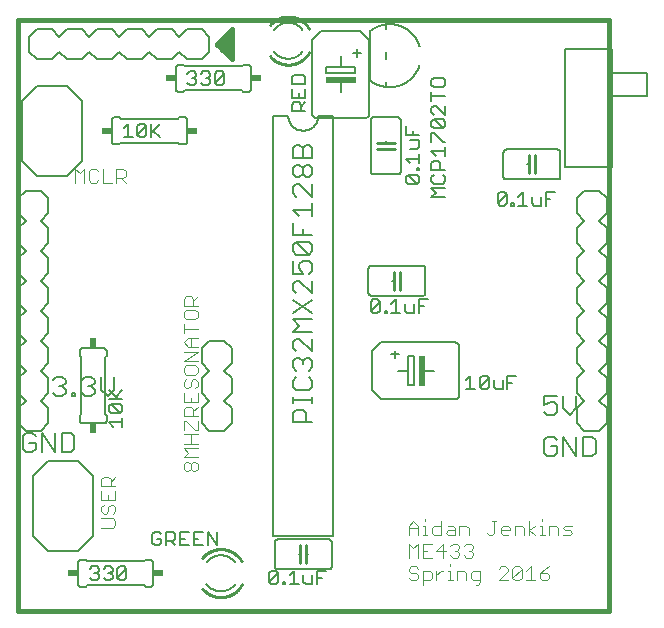
<source format=gto>
G75*
%MOIN*%
%OFA0B0*%
%FSLAX25Y25*%
%IPPOS*%
%LPD*%
%AMOC8*
5,1,8,0,0,1.08239X$1,22.5*
%
%ADD10C,0.01600*%
%ADD11C,0.00400*%
%ADD12C,0.00600*%
%ADD13R,0.10000X0.02000*%
%ADD14R,0.02000X0.10000*%
%ADD15C,0.00500*%
%ADD16C,0.01000*%
%ADD17C,0.00800*%
%ADD18R,0.03400X0.02400*%
%ADD19R,0.02400X0.03400*%
%ADD20C,0.00700*%
D10*
X0021800Y0021800D02*
X0218650Y0021800D01*
X0218650Y0218650D01*
X0021800Y0218650D01*
X0021800Y0021800D01*
X0093050Y0205550D02*
X0088050Y0210550D01*
X0093050Y0215550D01*
X0093050Y0205550D01*
X0088050Y0210550D01*
X0093050Y0215550D01*
X0093050Y0205550D01*
X0093050Y0205629D02*
X0092971Y0205629D01*
X0093050Y0205629D01*
X0093050Y0207227D02*
X0091373Y0207227D01*
X0093050Y0207227D01*
X0093050Y0208826D02*
X0089774Y0208826D01*
X0093050Y0208826D01*
X0093050Y0210424D02*
X0088176Y0210424D01*
X0093050Y0210424D01*
X0093050Y0212023D02*
X0089523Y0212023D01*
X0093050Y0212023D01*
X0093050Y0213621D02*
X0091121Y0213621D01*
X0093050Y0213621D01*
X0093050Y0215220D02*
X0092720Y0215220D01*
X0093050Y0215220D01*
D11*
X0056864Y0169104D02*
X0054562Y0169104D01*
X0054562Y0164500D01*
X0054562Y0166035D02*
X0056864Y0166035D01*
X0057631Y0166802D01*
X0057631Y0168337D01*
X0056864Y0169104D01*
X0056096Y0166035D02*
X0057631Y0164500D01*
X0053027Y0164500D02*
X0049958Y0164500D01*
X0049958Y0169104D01*
X0048423Y0168337D02*
X0047656Y0169104D01*
X0046121Y0169104D01*
X0045354Y0168337D01*
X0045354Y0165267D01*
X0046121Y0164500D01*
X0047656Y0164500D01*
X0048423Y0165267D01*
X0043819Y0164500D02*
X0043819Y0169104D01*
X0042285Y0167569D01*
X0040750Y0169104D01*
X0040750Y0164500D01*
X0077763Y0126566D02*
X0079298Y0126566D01*
X0080065Y0125799D01*
X0080065Y0123497D01*
X0080065Y0125032D02*
X0081600Y0126566D01*
X0081600Y0123497D02*
X0076996Y0123497D01*
X0076996Y0125799D01*
X0077763Y0126566D01*
X0077763Y0121962D02*
X0076996Y0121195D01*
X0076996Y0119660D01*
X0077763Y0118893D01*
X0080833Y0118893D01*
X0081600Y0119660D01*
X0081600Y0121195D01*
X0080833Y0121962D01*
X0077763Y0121962D01*
X0076996Y0117359D02*
X0076996Y0114289D01*
X0076996Y0115824D02*
X0081600Y0115824D01*
X0081600Y0112755D02*
X0078531Y0112755D01*
X0076996Y0111220D01*
X0078531Y0109685D01*
X0081600Y0109685D01*
X0081600Y0108151D02*
X0076996Y0108151D01*
X0079298Y0109685D02*
X0079298Y0112755D01*
X0081600Y0108151D02*
X0076996Y0105081D01*
X0081600Y0105081D01*
X0080833Y0103547D02*
X0077763Y0103547D01*
X0076996Y0102779D01*
X0076996Y0101245D01*
X0077763Y0100477D01*
X0080833Y0100477D01*
X0081600Y0101245D01*
X0081600Y0102779D01*
X0080833Y0103547D01*
X0080833Y0098943D02*
X0081600Y0098176D01*
X0081600Y0096641D01*
X0080833Y0095874D01*
X0079298Y0096641D02*
X0079298Y0098176D01*
X0080065Y0098943D01*
X0080833Y0098943D01*
X0079298Y0096641D02*
X0078531Y0095874D01*
X0077763Y0095874D01*
X0076996Y0096641D01*
X0076996Y0098176D01*
X0077763Y0098943D01*
X0076996Y0094339D02*
X0076996Y0091270D01*
X0081600Y0091270D01*
X0081600Y0094339D01*
X0079298Y0092804D02*
X0079298Y0091270D01*
X0079298Y0089735D02*
X0080065Y0088968D01*
X0080065Y0086666D01*
X0080065Y0088200D02*
X0081600Y0089735D01*
X0079298Y0089735D02*
X0077763Y0089735D01*
X0076996Y0088968D01*
X0076996Y0086666D01*
X0081600Y0086666D01*
X0081600Y0085131D02*
X0081600Y0082062D01*
X0080833Y0082062D01*
X0077763Y0085131D01*
X0076996Y0085131D01*
X0076996Y0082062D01*
X0076996Y0080527D02*
X0081600Y0080527D01*
X0079298Y0080527D02*
X0079298Y0077458D01*
X0081600Y0077458D02*
X0076996Y0077458D01*
X0076996Y0075923D02*
X0081600Y0075923D01*
X0081600Y0072854D02*
X0076996Y0072854D01*
X0078531Y0074389D01*
X0076996Y0075923D01*
X0077763Y0071319D02*
X0078531Y0071319D01*
X0079298Y0070552D01*
X0079298Y0069017D01*
X0078531Y0068250D01*
X0077763Y0068250D01*
X0076996Y0069017D01*
X0076996Y0070552D01*
X0077763Y0071319D01*
X0079298Y0070552D02*
X0080065Y0071319D01*
X0080833Y0071319D01*
X0081600Y0070552D01*
X0081600Y0069017D01*
X0080833Y0068250D01*
X0080065Y0068250D01*
X0079298Y0069017D01*
X0054100Y0066381D02*
X0052565Y0064846D01*
X0052565Y0065614D02*
X0052565Y0063312D01*
X0054100Y0063312D02*
X0049496Y0063312D01*
X0049496Y0065614D01*
X0050263Y0066381D01*
X0051798Y0066381D01*
X0052565Y0065614D01*
X0054100Y0061777D02*
X0054100Y0058708D01*
X0049496Y0058708D01*
X0049496Y0061777D01*
X0051798Y0060242D02*
X0051798Y0058708D01*
X0052565Y0057173D02*
X0053333Y0057173D01*
X0054100Y0056406D01*
X0054100Y0054871D01*
X0053333Y0054104D01*
X0053333Y0052569D02*
X0049496Y0052569D01*
X0050263Y0054104D02*
X0051031Y0054104D01*
X0051798Y0054871D01*
X0051798Y0056406D01*
X0052565Y0057173D01*
X0050263Y0057173D02*
X0049496Y0056406D01*
X0049496Y0054871D01*
X0050263Y0054104D01*
X0053333Y0052569D02*
X0054100Y0051802D01*
X0054100Y0050267D01*
X0053333Y0049500D01*
X0049496Y0049500D01*
X0152000Y0049302D02*
X0155069Y0049302D01*
X0155069Y0050069D02*
X0155069Y0047000D01*
X0156604Y0047000D02*
X0158139Y0047000D01*
X0157371Y0047000D02*
X0157371Y0050069D01*
X0156604Y0050069D01*
X0155069Y0050069D02*
X0153535Y0051604D01*
X0152000Y0050069D01*
X0152000Y0047000D01*
X0152000Y0044104D02*
X0153535Y0042569D01*
X0155069Y0044104D01*
X0155069Y0039500D01*
X0156604Y0039500D02*
X0159673Y0039500D01*
X0158139Y0041802D02*
X0156604Y0041802D01*
X0156604Y0044104D02*
X0156604Y0039500D01*
X0154302Y0036604D02*
X0152767Y0036604D01*
X0152000Y0035837D01*
X0152000Y0035069D01*
X0152767Y0034302D01*
X0154302Y0034302D01*
X0155069Y0033535D01*
X0155069Y0032767D01*
X0154302Y0032000D01*
X0152767Y0032000D01*
X0152000Y0032767D01*
X0155069Y0035837D02*
X0154302Y0036604D01*
X0156604Y0035069D02*
X0158906Y0035069D01*
X0159673Y0034302D01*
X0159673Y0032767D01*
X0158906Y0032000D01*
X0156604Y0032000D01*
X0156604Y0030465D02*
X0156604Y0035069D01*
X0161208Y0035069D02*
X0161208Y0032000D01*
X0161208Y0033535D02*
X0162742Y0035069D01*
X0163510Y0035069D01*
X0165044Y0035069D02*
X0165812Y0035069D01*
X0165812Y0032000D01*
X0166579Y0032000D02*
X0165044Y0032000D01*
X0168114Y0032000D02*
X0168114Y0035069D01*
X0170416Y0035069D01*
X0171183Y0034302D01*
X0171183Y0032000D01*
X0172718Y0032767D02*
X0172718Y0034302D01*
X0173485Y0035069D01*
X0175787Y0035069D01*
X0175787Y0031233D01*
X0175020Y0030465D01*
X0174252Y0030465D01*
X0173485Y0032000D02*
X0175787Y0032000D01*
X0173485Y0032000D02*
X0172718Y0032767D01*
X0172718Y0039500D02*
X0171183Y0039500D01*
X0170416Y0040267D01*
X0168881Y0040267D02*
X0168881Y0041035D01*
X0168114Y0041802D01*
X0167346Y0041802D01*
X0168114Y0041802D02*
X0168881Y0042569D01*
X0168881Y0043337D01*
X0168114Y0044104D01*
X0166579Y0044104D01*
X0165812Y0043337D01*
X0164277Y0041802D02*
X0161208Y0041802D01*
X0163510Y0044104D01*
X0163510Y0039500D01*
X0165812Y0040267D02*
X0166579Y0039500D01*
X0168114Y0039500D01*
X0168881Y0040267D01*
X0171950Y0041802D02*
X0172718Y0041802D01*
X0173485Y0041035D01*
X0173485Y0040267D01*
X0172718Y0039500D01*
X0172718Y0041802D02*
X0173485Y0042569D01*
X0173485Y0043337D01*
X0172718Y0044104D01*
X0171183Y0044104D01*
X0170416Y0043337D01*
X0171950Y0047000D02*
X0171950Y0049302D01*
X0171183Y0050069D01*
X0168881Y0050069D01*
X0168881Y0047000D01*
X0167346Y0047000D02*
X0167346Y0049302D01*
X0166579Y0050069D01*
X0165044Y0050069D01*
X0165044Y0048535D02*
X0167346Y0048535D01*
X0167346Y0047000D02*
X0165044Y0047000D01*
X0164277Y0047767D01*
X0165044Y0048535D01*
X0162742Y0050069D02*
X0160441Y0050069D01*
X0159673Y0049302D01*
X0159673Y0047767D01*
X0160441Y0047000D01*
X0162742Y0047000D01*
X0162742Y0051604D01*
X0157371Y0051604D02*
X0157371Y0052371D01*
X0156604Y0044104D02*
X0159673Y0044104D01*
X0152000Y0044104D02*
X0152000Y0039500D01*
X0165812Y0037371D02*
X0165812Y0036604D01*
X0178089Y0047767D02*
X0178856Y0047000D01*
X0179624Y0047000D01*
X0180391Y0047767D01*
X0180391Y0051604D01*
X0179624Y0051604D02*
X0181158Y0051604D01*
X0182693Y0049302D02*
X0183460Y0050069D01*
X0184995Y0050069D01*
X0185762Y0049302D01*
X0185762Y0048535D01*
X0182693Y0048535D01*
X0182693Y0049302D02*
X0182693Y0047767D01*
X0183460Y0047000D01*
X0184995Y0047000D01*
X0187297Y0047000D02*
X0187297Y0050069D01*
X0189599Y0050069D01*
X0190366Y0049302D01*
X0190366Y0047000D01*
X0191901Y0047000D02*
X0191901Y0051604D01*
X0194203Y0050069D02*
X0191901Y0048535D01*
X0194203Y0047000D01*
X0195737Y0047000D02*
X0197272Y0047000D01*
X0196505Y0047000D02*
X0196505Y0050069D01*
X0195737Y0050069D01*
X0196505Y0051604D02*
X0196505Y0052371D01*
X0198807Y0050069D02*
X0201109Y0050069D01*
X0201876Y0049302D01*
X0201876Y0047000D01*
X0203410Y0047000D02*
X0205712Y0047000D01*
X0206480Y0047767D01*
X0205712Y0048535D01*
X0204178Y0048535D01*
X0203410Y0049302D01*
X0204178Y0050069D01*
X0206480Y0050069D01*
X0198807Y0050069D02*
X0198807Y0047000D01*
X0198807Y0036604D02*
X0197272Y0035837D01*
X0195737Y0034302D01*
X0198039Y0034302D01*
X0198807Y0033535D01*
X0198807Y0032767D01*
X0198039Y0032000D01*
X0196505Y0032000D01*
X0195737Y0032767D01*
X0195737Y0034302D01*
X0194203Y0032000D02*
X0191133Y0032000D01*
X0192668Y0032000D02*
X0192668Y0036604D01*
X0191133Y0035069D01*
X0189599Y0035837D02*
X0189599Y0032767D01*
X0188831Y0032000D01*
X0187297Y0032000D01*
X0186529Y0032767D01*
X0189599Y0035837D01*
X0188831Y0036604D01*
X0187297Y0036604D01*
X0186529Y0035837D01*
X0186529Y0032767D01*
X0184995Y0032000D02*
X0181926Y0032000D01*
X0184995Y0035069D01*
X0184995Y0035837D01*
X0184227Y0036604D01*
X0182693Y0036604D01*
X0181926Y0035837D01*
D12*
X0198168Y0073350D02*
X0200303Y0073350D01*
X0201370Y0074418D01*
X0201370Y0076553D01*
X0199235Y0076553D01*
X0197100Y0078688D02*
X0197100Y0074418D01*
X0198168Y0073350D01*
X0203545Y0073350D02*
X0203545Y0079755D01*
X0207816Y0073350D01*
X0207816Y0079755D01*
X0209991Y0079755D02*
X0213194Y0079755D01*
X0214261Y0078688D01*
X0214261Y0074418D01*
X0213194Y0073350D01*
X0209991Y0073350D01*
X0209991Y0079755D01*
X0205681Y0087100D02*
X0207816Y0089235D01*
X0207816Y0093505D01*
X0203545Y0093505D02*
X0203545Y0089235D01*
X0205681Y0087100D01*
X0201370Y0088168D02*
X0200303Y0087100D01*
X0198168Y0087100D01*
X0197100Y0088168D01*
X0197100Y0090303D02*
X0199235Y0091370D01*
X0200303Y0091370D01*
X0201370Y0090303D01*
X0201370Y0088168D01*
X0197100Y0090303D02*
X0197100Y0093505D01*
X0201370Y0093505D01*
X0200303Y0079755D02*
X0198168Y0079755D01*
X0197100Y0078688D01*
X0200303Y0079755D02*
X0201370Y0078688D01*
X0168800Y0093800D02*
X0168800Y0109800D01*
X0168798Y0109876D01*
X0168792Y0109952D01*
X0168783Y0110027D01*
X0168769Y0110102D01*
X0168752Y0110176D01*
X0168731Y0110249D01*
X0168707Y0110321D01*
X0168678Y0110392D01*
X0168647Y0110461D01*
X0168612Y0110528D01*
X0168573Y0110593D01*
X0168531Y0110657D01*
X0168486Y0110718D01*
X0168438Y0110777D01*
X0168387Y0110833D01*
X0168333Y0110887D01*
X0168277Y0110938D01*
X0168218Y0110986D01*
X0168157Y0111031D01*
X0168093Y0111073D01*
X0168028Y0111112D01*
X0167961Y0111147D01*
X0167892Y0111178D01*
X0167821Y0111207D01*
X0167749Y0111231D01*
X0167676Y0111252D01*
X0167602Y0111269D01*
X0167527Y0111283D01*
X0167452Y0111292D01*
X0167376Y0111298D01*
X0167300Y0111300D01*
X0142800Y0111300D01*
X0139800Y0108300D01*
X0139800Y0095300D01*
X0142800Y0092300D01*
X0167300Y0092300D01*
X0167376Y0092302D01*
X0167452Y0092308D01*
X0167527Y0092317D01*
X0167602Y0092331D01*
X0167676Y0092348D01*
X0167749Y0092369D01*
X0167821Y0092393D01*
X0167892Y0092422D01*
X0167961Y0092453D01*
X0168028Y0092488D01*
X0168093Y0092527D01*
X0168157Y0092569D01*
X0168218Y0092614D01*
X0168277Y0092662D01*
X0168333Y0092713D01*
X0168387Y0092767D01*
X0168438Y0092823D01*
X0168486Y0092882D01*
X0168531Y0092943D01*
X0168573Y0093007D01*
X0168612Y0093072D01*
X0168647Y0093139D01*
X0168678Y0093208D01*
X0168707Y0093279D01*
X0168731Y0093351D01*
X0168752Y0093424D01*
X0168769Y0093498D01*
X0168783Y0093573D01*
X0168792Y0093648D01*
X0168798Y0093724D01*
X0168800Y0093800D01*
X0160300Y0101800D02*
X0156800Y0101800D01*
X0151800Y0101800D02*
X0151800Y0097000D01*
X0153800Y0097000D01*
X0153800Y0106600D01*
X0151800Y0106600D01*
X0151800Y0101800D01*
X0148300Y0101800D01*
X0147300Y0105900D02*
X0147300Y0108400D01*
X0148600Y0107200D02*
X0146000Y0107200D01*
X0139550Y0126800D02*
X0156550Y0126800D01*
X0156610Y0126802D01*
X0156671Y0126807D01*
X0156730Y0126816D01*
X0156789Y0126829D01*
X0156848Y0126845D01*
X0156905Y0126865D01*
X0156960Y0126888D01*
X0157015Y0126915D01*
X0157067Y0126944D01*
X0157118Y0126977D01*
X0157167Y0127013D01*
X0157213Y0127051D01*
X0157257Y0127093D01*
X0157299Y0127137D01*
X0157337Y0127183D01*
X0157373Y0127232D01*
X0157406Y0127283D01*
X0157435Y0127335D01*
X0157462Y0127390D01*
X0157485Y0127445D01*
X0157505Y0127502D01*
X0157521Y0127561D01*
X0157534Y0127620D01*
X0157543Y0127679D01*
X0157548Y0127740D01*
X0157550Y0127800D01*
X0157550Y0135800D01*
X0157548Y0135860D01*
X0157543Y0135921D01*
X0157534Y0135980D01*
X0157521Y0136039D01*
X0157505Y0136098D01*
X0157485Y0136155D01*
X0157462Y0136210D01*
X0157435Y0136265D01*
X0157406Y0136317D01*
X0157373Y0136368D01*
X0157337Y0136417D01*
X0157299Y0136463D01*
X0157257Y0136507D01*
X0157213Y0136549D01*
X0157167Y0136587D01*
X0157118Y0136623D01*
X0157067Y0136656D01*
X0157015Y0136685D01*
X0156960Y0136712D01*
X0156905Y0136735D01*
X0156848Y0136755D01*
X0156789Y0136771D01*
X0156730Y0136784D01*
X0156671Y0136793D01*
X0156610Y0136798D01*
X0156550Y0136800D01*
X0139550Y0136800D01*
X0139490Y0136798D01*
X0139429Y0136793D01*
X0139370Y0136784D01*
X0139311Y0136771D01*
X0139252Y0136755D01*
X0139195Y0136735D01*
X0139140Y0136712D01*
X0139085Y0136685D01*
X0139033Y0136656D01*
X0138982Y0136623D01*
X0138933Y0136587D01*
X0138887Y0136549D01*
X0138843Y0136507D01*
X0138801Y0136463D01*
X0138763Y0136417D01*
X0138727Y0136368D01*
X0138694Y0136317D01*
X0138665Y0136265D01*
X0138638Y0136210D01*
X0138615Y0136155D01*
X0138595Y0136098D01*
X0138579Y0136039D01*
X0138566Y0135980D01*
X0138557Y0135921D01*
X0138552Y0135860D01*
X0138550Y0135800D01*
X0138550Y0127800D01*
X0138552Y0127740D01*
X0138557Y0127679D01*
X0138566Y0127620D01*
X0138579Y0127561D01*
X0138595Y0127502D01*
X0138615Y0127445D01*
X0138638Y0127390D01*
X0138665Y0127335D01*
X0138694Y0127283D01*
X0138727Y0127232D01*
X0138763Y0127183D01*
X0138801Y0127137D01*
X0138843Y0127093D01*
X0138887Y0127051D01*
X0138933Y0127013D01*
X0138982Y0126977D01*
X0139033Y0126944D01*
X0139085Y0126915D01*
X0139140Y0126888D01*
X0139195Y0126865D01*
X0139252Y0126845D01*
X0139311Y0126829D01*
X0139370Y0126816D01*
X0139429Y0126807D01*
X0139490Y0126802D01*
X0139550Y0126800D01*
X0146550Y0131800D02*
X0147050Y0131800D01*
X0149050Y0131800D02*
X0149550Y0131800D01*
X0148300Y0167300D02*
X0140300Y0167300D01*
X0140240Y0167302D01*
X0140179Y0167307D01*
X0140120Y0167316D01*
X0140061Y0167329D01*
X0140002Y0167345D01*
X0139945Y0167365D01*
X0139890Y0167388D01*
X0139835Y0167415D01*
X0139783Y0167444D01*
X0139732Y0167477D01*
X0139683Y0167513D01*
X0139637Y0167551D01*
X0139593Y0167593D01*
X0139551Y0167637D01*
X0139513Y0167683D01*
X0139477Y0167732D01*
X0139444Y0167783D01*
X0139415Y0167835D01*
X0139388Y0167890D01*
X0139365Y0167945D01*
X0139345Y0168002D01*
X0139329Y0168061D01*
X0139316Y0168120D01*
X0139307Y0168179D01*
X0139302Y0168240D01*
X0139300Y0168300D01*
X0139300Y0185300D01*
X0139302Y0185360D01*
X0139307Y0185421D01*
X0139316Y0185480D01*
X0139329Y0185539D01*
X0139345Y0185598D01*
X0139365Y0185655D01*
X0139388Y0185710D01*
X0139415Y0185765D01*
X0139444Y0185817D01*
X0139477Y0185868D01*
X0139513Y0185917D01*
X0139551Y0185963D01*
X0139593Y0186007D01*
X0139637Y0186049D01*
X0139683Y0186087D01*
X0139732Y0186123D01*
X0139783Y0186156D01*
X0139835Y0186185D01*
X0139890Y0186212D01*
X0139945Y0186235D01*
X0140002Y0186255D01*
X0140061Y0186271D01*
X0140120Y0186284D01*
X0140179Y0186293D01*
X0140240Y0186298D01*
X0140300Y0186300D01*
X0148300Y0186300D01*
X0148360Y0186298D01*
X0148421Y0186293D01*
X0148480Y0186284D01*
X0148539Y0186271D01*
X0148598Y0186255D01*
X0148655Y0186235D01*
X0148710Y0186212D01*
X0148765Y0186185D01*
X0148817Y0186156D01*
X0148868Y0186123D01*
X0148917Y0186087D01*
X0148963Y0186049D01*
X0149007Y0186007D01*
X0149049Y0185963D01*
X0149087Y0185917D01*
X0149123Y0185868D01*
X0149156Y0185817D01*
X0149185Y0185765D01*
X0149212Y0185710D01*
X0149235Y0185655D01*
X0149255Y0185598D01*
X0149271Y0185539D01*
X0149284Y0185480D01*
X0149293Y0185421D01*
X0149298Y0185360D01*
X0149300Y0185300D01*
X0149300Y0168300D01*
X0149298Y0168240D01*
X0149293Y0168179D01*
X0149284Y0168120D01*
X0149271Y0168061D01*
X0149255Y0168002D01*
X0149235Y0167945D01*
X0149212Y0167890D01*
X0149185Y0167835D01*
X0149156Y0167783D01*
X0149123Y0167732D01*
X0149087Y0167683D01*
X0149049Y0167637D01*
X0149007Y0167593D01*
X0148963Y0167551D01*
X0148917Y0167513D01*
X0148868Y0167477D01*
X0148817Y0167444D01*
X0148765Y0167415D01*
X0148710Y0167388D01*
X0148655Y0167365D01*
X0148598Y0167345D01*
X0148539Y0167329D01*
X0148480Y0167316D01*
X0148421Y0167307D01*
X0148360Y0167302D01*
X0148300Y0167300D01*
X0144300Y0175300D02*
X0144300Y0175800D01*
X0144300Y0177800D02*
X0144300Y0178300D01*
X0137300Y0186050D02*
X0121300Y0186050D01*
X0121800Y0186800D02*
X0126800Y0186800D01*
X0126800Y0046800D01*
X0106800Y0046800D01*
X0106800Y0186300D01*
X0106800Y0186800D02*
X0111800Y0186800D01*
X0111802Y0186660D01*
X0111808Y0186520D01*
X0111818Y0186380D01*
X0111831Y0186240D01*
X0111849Y0186101D01*
X0111871Y0185962D01*
X0111896Y0185825D01*
X0111925Y0185687D01*
X0111958Y0185551D01*
X0111995Y0185416D01*
X0112036Y0185282D01*
X0112081Y0185149D01*
X0112129Y0185017D01*
X0112181Y0184887D01*
X0112236Y0184758D01*
X0112295Y0184631D01*
X0112358Y0184505D01*
X0112424Y0184381D01*
X0112493Y0184260D01*
X0112566Y0184140D01*
X0112643Y0184022D01*
X0112722Y0183907D01*
X0112805Y0183793D01*
X0112891Y0183683D01*
X0112980Y0183574D01*
X0113072Y0183468D01*
X0113167Y0183365D01*
X0113264Y0183264D01*
X0113365Y0183167D01*
X0113468Y0183072D01*
X0113574Y0182980D01*
X0113683Y0182891D01*
X0113793Y0182805D01*
X0113907Y0182722D01*
X0114022Y0182643D01*
X0114140Y0182566D01*
X0114260Y0182493D01*
X0114381Y0182424D01*
X0114505Y0182358D01*
X0114631Y0182295D01*
X0114758Y0182236D01*
X0114887Y0182181D01*
X0115017Y0182129D01*
X0115149Y0182081D01*
X0115282Y0182036D01*
X0115416Y0181995D01*
X0115551Y0181958D01*
X0115687Y0181925D01*
X0115825Y0181896D01*
X0115962Y0181871D01*
X0116101Y0181849D01*
X0116240Y0181831D01*
X0116380Y0181818D01*
X0116520Y0181808D01*
X0116660Y0181802D01*
X0116800Y0181800D01*
X0116940Y0181802D01*
X0117080Y0181808D01*
X0117220Y0181818D01*
X0117360Y0181831D01*
X0117499Y0181849D01*
X0117638Y0181871D01*
X0117775Y0181896D01*
X0117913Y0181925D01*
X0118049Y0181958D01*
X0118184Y0181995D01*
X0118318Y0182036D01*
X0118451Y0182081D01*
X0118583Y0182129D01*
X0118713Y0182181D01*
X0118842Y0182236D01*
X0118969Y0182295D01*
X0119095Y0182358D01*
X0119219Y0182424D01*
X0119340Y0182493D01*
X0119460Y0182566D01*
X0119578Y0182643D01*
X0119693Y0182722D01*
X0119807Y0182805D01*
X0119917Y0182891D01*
X0120026Y0182980D01*
X0120132Y0183072D01*
X0120235Y0183167D01*
X0120336Y0183264D01*
X0120433Y0183365D01*
X0120528Y0183468D01*
X0120620Y0183574D01*
X0120709Y0183683D01*
X0120795Y0183793D01*
X0120878Y0183907D01*
X0120957Y0184022D01*
X0121034Y0184140D01*
X0121107Y0184260D01*
X0121176Y0184381D01*
X0121242Y0184505D01*
X0121305Y0184631D01*
X0121364Y0184758D01*
X0121419Y0184887D01*
X0121471Y0185017D01*
X0121519Y0185149D01*
X0121564Y0185282D01*
X0121605Y0185416D01*
X0121642Y0185551D01*
X0121675Y0185687D01*
X0121704Y0185825D01*
X0121729Y0185962D01*
X0121751Y0186101D01*
X0121769Y0186240D01*
X0121782Y0186380D01*
X0121792Y0186520D01*
X0121798Y0186660D01*
X0121800Y0186800D01*
X0121300Y0186050D02*
X0121224Y0186052D01*
X0121148Y0186058D01*
X0121073Y0186067D01*
X0120998Y0186081D01*
X0120924Y0186098D01*
X0120851Y0186119D01*
X0120779Y0186143D01*
X0120708Y0186172D01*
X0120639Y0186203D01*
X0120572Y0186238D01*
X0120507Y0186277D01*
X0120443Y0186319D01*
X0120382Y0186364D01*
X0120323Y0186412D01*
X0120267Y0186463D01*
X0120213Y0186517D01*
X0120162Y0186573D01*
X0120114Y0186632D01*
X0120069Y0186693D01*
X0120027Y0186757D01*
X0119988Y0186822D01*
X0119953Y0186889D01*
X0119922Y0186958D01*
X0119893Y0187029D01*
X0119869Y0187101D01*
X0119848Y0187174D01*
X0119831Y0187248D01*
X0119817Y0187323D01*
X0119808Y0187398D01*
X0119802Y0187474D01*
X0119800Y0187550D01*
X0119800Y0212050D01*
X0122800Y0215050D01*
X0135800Y0215050D01*
X0138800Y0212050D01*
X0138800Y0187550D01*
X0138798Y0187474D01*
X0138792Y0187398D01*
X0138783Y0187323D01*
X0138769Y0187248D01*
X0138752Y0187174D01*
X0138731Y0187101D01*
X0138707Y0187029D01*
X0138678Y0186958D01*
X0138647Y0186889D01*
X0138612Y0186822D01*
X0138573Y0186757D01*
X0138531Y0186693D01*
X0138486Y0186632D01*
X0138438Y0186573D01*
X0138387Y0186517D01*
X0138333Y0186463D01*
X0138277Y0186412D01*
X0138218Y0186364D01*
X0138157Y0186319D01*
X0138093Y0186277D01*
X0138028Y0186238D01*
X0137961Y0186203D01*
X0137892Y0186172D01*
X0137821Y0186143D01*
X0137749Y0186119D01*
X0137676Y0186098D01*
X0137602Y0186081D01*
X0137527Y0186067D01*
X0137452Y0186058D01*
X0137376Y0186052D01*
X0137300Y0186050D01*
X0129300Y0194550D02*
X0129300Y0198050D01*
X0124500Y0201050D02*
X0134100Y0201050D01*
X0134100Y0203050D01*
X0129300Y0203050D01*
X0124500Y0203050D01*
X0124500Y0201050D01*
X0129300Y0203050D02*
X0129300Y0206550D01*
X0133400Y0207550D02*
X0135900Y0207550D01*
X0134700Y0206250D02*
X0134700Y0208850D01*
X0111800Y0205800D02*
X0111646Y0205802D01*
X0111492Y0205808D01*
X0111338Y0205818D01*
X0111184Y0205832D01*
X0111031Y0205849D01*
X0110879Y0205871D01*
X0110727Y0205897D01*
X0110575Y0205926D01*
X0110425Y0205960D01*
X0110275Y0205997D01*
X0110127Y0206038D01*
X0109979Y0206083D01*
X0109833Y0206132D01*
X0109688Y0206184D01*
X0109545Y0206240D01*
X0109402Y0206300D01*
X0109262Y0206363D01*
X0109123Y0206430D01*
X0108986Y0206501D01*
X0108851Y0206575D01*
X0108718Y0206652D01*
X0108586Y0206733D01*
X0108457Y0206817D01*
X0108330Y0206905D01*
X0108206Y0206996D01*
X0108084Y0207089D01*
X0107964Y0207187D01*
X0107847Y0207287D01*
X0107732Y0207390D01*
X0107620Y0207496D01*
X0107511Y0207604D01*
X0107405Y0207716D01*
X0107301Y0207830D01*
X0107201Y0207947D01*
X0107103Y0208066D01*
X0107009Y0208188D01*
X0106918Y0208313D01*
X0111800Y0217800D02*
X0111952Y0217798D01*
X0112103Y0217792D01*
X0112254Y0217783D01*
X0112406Y0217769D01*
X0112556Y0217752D01*
X0112706Y0217731D01*
X0112856Y0217706D01*
X0113005Y0217678D01*
X0113153Y0217645D01*
X0113300Y0217609D01*
X0113447Y0217570D01*
X0113592Y0217526D01*
X0113736Y0217479D01*
X0113879Y0217428D01*
X0114020Y0217374D01*
X0114161Y0217316D01*
X0114299Y0217255D01*
X0114436Y0217190D01*
X0114572Y0217121D01*
X0114705Y0217050D01*
X0114837Y0216975D01*
X0114967Y0216896D01*
X0115094Y0216815D01*
X0115220Y0216730D01*
X0115344Y0216642D01*
X0115465Y0216551D01*
X0115584Y0216457D01*
X0115700Y0216359D01*
X0115814Y0216259D01*
X0115926Y0216157D01*
X0116034Y0216051D01*
X0116140Y0215943D01*
X0116244Y0215832D01*
X0116344Y0215718D01*
X0116442Y0215602D01*
X0116536Y0215483D01*
X0111800Y0217800D02*
X0111648Y0217798D01*
X0111497Y0217792D01*
X0111346Y0217783D01*
X0111194Y0217769D01*
X0111044Y0217752D01*
X0110894Y0217731D01*
X0110744Y0217706D01*
X0110595Y0217678D01*
X0110447Y0217645D01*
X0110300Y0217609D01*
X0110153Y0217570D01*
X0110008Y0217526D01*
X0109864Y0217479D01*
X0109721Y0217428D01*
X0109580Y0217374D01*
X0109439Y0217316D01*
X0109301Y0217255D01*
X0109164Y0217190D01*
X0109028Y0217121D01*
X0108895Y0217050D01*
X0108763Y0216975D01*
X0108633Y0216896D01*
X0108506Y0216815D01*
X0108380Y0216730D01*
X0108256Y0216642D01*
X0108135Y0216551D01*
X0108016Y0216457D01*
X0107900Y0216359D01*
X0107786Y0216259D01*
X0107674Y0216157D01*
X0107566Y0216051D01*
X0107460Y0215943D01*
X0107356Y0215832D01*
X0107256Y0215718D01*
X0107158Y0215602D01*
X0107064Y0215483D01*
X0111800Y0205800D02*
X0111950Y0205802D01*
X0112101Y0205808D01*
X0112251Y0205817D01*
X0112400Y0205830D01*
X0112550Y0205847D01*
X0112699Y0205868D01*
X0112847Y0205892D01*
X0112995Y0205920D01*
X0113142Y0205952D01*
X0113288Y0205987D01*
X0113433Y0206027D01*
X0113577Y0206069D01*
X0113720Y0206116D01*
X0113862Y0206166D01*
X0114003Y0206219D01*
X0114142Y0206276D01*
X0114280Y0206336D01*
X0114416Y0206400D01*
X0114550Y0206467D01*
X0114683Y0206538D01*
X0114814Y0206612D01*
X0114943Y0206689D01*
X0115070Y0206770D01*
X0115195Y0206853D01*
X0115318Y0206940D01*
X0115439Y0207029D01*
X0115557Y0207122D01*
X0115673Y0207218D01*
X0115787Y0207316D01*
X0115898Y0207417D01*
X0116007Y0207522D01*
X0116112Y0207628D01*
X0116216Y0207738D01*
X0116316Y0207850D01*
X0116414Y0207964D01*
X0116508Y0208081D01*
X0116600Y0208200D01*
X0099300Y0202800D02*
X0099300Y0195800D01*
X0099298Y0195740D01*
X0099293Y0195679D01*
X0099284Y0195620D01*
X0099271Y0195561D01*
X0099255Y0195502D01*
X0099235Y0195445D01*
X0099212Y0195390D01*
X0099185Y0195335D01*
X0099156Y0195283D01*
X0099123Y0195232D01*
X0099087Y0195183D01*
X0099049Y0195137D01*
X0099007Y0195093D01*
X0098963Y0195051D01*
X0098917Y0195013D01*
X0098868Y0194977D01*
X0098817Y0194944D01*
X0098765Y0194915D01*
X0098710Y0194888D01*
X0098655Y0194865D01*
X0098598Y0194845D01*
X0098539Y0194829D01*
X0098480Y0194816D01*
X0098421Y0194807D01*
X0098360Y0194802D01*
X0098300Y0194800D01*
X0096800Y0194800D01*
X0096300Y0195300D01*
X0077300Y0195300D01*
X0076800Y0194800D01*
X0075300Y0194800D01*
X0075240Y0194802D01*
X0075179Y0194807D01*
X0075120Y0194816D01*
X0075061Y0194829D01*
X0075002Y0194845D01*
X0074945Y0194865D01*
X0074890Y0194888D01*
X0074835Y0194915D01*
X0074783Y0194944D01*
X0074732Y0194977D01*
X0074683Y0195013D01*
X0074637Y0195051D01*
X0074593Y0195093D01*
X0074551Y0195137D01*
X0074513Y0195183D01*
X0074477Y0195232D01*
X0074444Y0195283D01*
X0074415Y0195335D01*
X0074388Y0195390D01*
X0074365Y0195445D01*
X0074345Y0195502D01*
X0074329Y0195561D01*
X0074316Y0195620D01*
X0074307Y0195679D01*
X0074302Y0195740D01*
X0074300Y0195800D01*
X0074300Y0202800D01*
X0074302Y0202860D01*
X0074307Y0202921D01*
X0074316Y0202980D01*
X0074329Y0203039D01*
X0074345Y0203098D01*
X0074365Y0203155D01*
X0074388Y0203210D01*
X0074415Y0203265D01*
X0074444Y0203317D01*
X0074477Y0203368D01*
X0074513Y0203417D01*
X0074551Y0203463D01*
X0074593Y0203507D01*
X0074637Y0203549D01*
X0074683Y0203587D01*
X0074732Y0203623D01*
X0074783Y0203656D01*
X0074835Y0203685D01*
X0074890Y0203712D01*
X0074945Y0203735D01*
X0075002Y0203755D01*
X0075061Y0203771D01*
X0075120Y0203784D01*
X0075179Y0203793D01*
X0075240Y0203798D01*
X0075300Y0203800D01*
X0076800Y0203800D01*
X0077300Y0203300D01*
X0096300Y0203300D01*
X0096800Y0203800D01*
X0098300Y0203800D01*
X0098360Y0203798D01*
X0098421Y0203793D01*
X0098480Y0203784D01*
X0098539Y0203771D01*
X0098598Y0203755D01*
X0098655Y0203735D01*
X0098710Y0203712D01*
X0098765Y0203685D01*
X0098817Y0203656D01*
X0098868Y0203623D01*
X0098917Y0203587D01*
X0098963Y0203549D01*
X0099007Y0203507D01*
X0099049Y0203463D01*
X0099087Y0203417D01*
X0099123Y0203368D01*
X0099156Y0203317D01*
X0099185Y0203265D01*
X0099212Y0203210D01*
X0099235Y0203155D01*
X0099255Y0203098D01*
X0099271Y0203039D01*
X0099284Y0202980D01*
X0099293Y0202921D01*
X0099298Y0202860D01*
X0099300Y0202800D01*
X0078050Y0185300D02*
X0078050Y0178300D01*
X0078048Y0178240D01*
X0078043Y0178179D01*
X0078034Y0178120D01*
X0078021Y0178061D01*
X0078005Y0178002D01*
X0077985Y0177945D01*
X0077962Y0177890D01*
X0077935Y0177835D01*
X0077906Y0177783D01*
X0077873Y0177732D01*
X0077837Y0177683D01*
X0077799Y0177637D01*
X0077757Y0177593D01*
X0077713Y0177551D01*
X0077667Y0177513D01*
X0077618Y0177477D01*
X0077567Y0177444D01*
X0077515Y0177415D01*
X0077460Y0177388D01*
X0077405Y0177365D01*
X0077348Y0177345D01*
X0077289Y0177329D01*
X0077230Y0177316D01*
X0077171Y0177307D01*
X0077110Y0177302D01*
X0077050Y0177300D01*
X0075550Y0177300D01*
X0075050Y0177800D01*
X0056050Y0177800D01*
X0055550Y0177300D01*
X0054050Y0177300D01*
X0053990Y0177302D01*
X0053929Y0177307D01*
X0053870Y0177316D01*
X0053811Y0177329D01*
X0053752Y0177345D01*
X0053695Y0177365D01*
X0053640Y0177388D01*
X0053585Y0177415D01*
X0053533Y0177444D01*
X0053482Y0177477D01*
X0053433Y0177513D01*
X0053387Y0177551D01*
X0053343Y0177593D01*
X0053301Y0177637D01*
X0053263Y0177683D01*
X0053227Y0177732D01*
X0053194Y0177783D01*
X0053165Y0177835D01*
X0053138Y0177890D01*
X0053115Y0177945D01*
X0053095Y0178002D01*
X0053079Y0178061D01*
X0053066Y0178120D01*
X0053057Y0178179D01*
X0053052Y0178240D01*
X0053050Y0178300D01*
X0053050Y0185300D01*
X0053052Y0185360D01*
X0053057Y0185421D01*
X0053066Y0185480D01*
X0053079Y0185539D01*
X0053095Y0185598D01*
X0053115Y0185655D01*
X0053138Y0185710D01*
X0053165Y0185765D01*
X0053194Y0185817D01*
X0053227Y0185868D01*
X0053263Y0185917D01*
X0053301Y0185963D01*
X0053343Y0186007D01*
X0053387Y0186049D01*
X0053433Y0186087D01*
X0053482Y0186123D01*
X0053533Y0186156D01*
X0053585Y0186185D01*
X0053640Y0186212D01*
X0053695Y0186235D01*
X0053752Y0186255D01*
X0053811Y0186271D01*
X0053870Y0186284D01*
X0053929Y0186293D01*
X0053990Y0186298D01*
X0054050Y0186300D01*
X0055550Y0186300D01*
X0056050Y0185800D01*
X0075050Y0185800D01*
X0075550Y0186300D01*
X0077050Y0186300D01*
X0077110Y0186298D01*
X0077171Y0186293D01*
X0077230Y0186284D01*
X0077289Y0186271D01*
X0077348Y0186255D01*
X0077405Y0186235D01*
X0077460Y0186212D01*
X0077515Y0186185D01*
X0077567Y0186156D01*
X0077618Y0186123D01*
X0077667Y0186087D01*
X0077713Y0186049D01*
X0077757Y0186007D01*
X0077799Y0185963D01*
X0077837Y0185917D01*
X0077873Y0185868D01*
X0077906Y0185817D01*
X0077935Y0185765D01*
X0077962Y0185710D01*
X0077985Y0185655D01*
X0078005Y0185598D01*
X0078021Y0185539D01*
X0078034Y0185480D01*
X0078043Y0185421D01*
X0078048Y0185360D01*
X0078050Y0185300D01*
X0050300Y0109300D02*
X0043300Y0109300D01*
X0043240Y0109298D01*
X0043179Y0109293D01*
X0043120Y0109284D01*
X0043061Y0109271D01*
X0043002Y0109255D01*
X0042945Y0109235D01*
X0042890Y0109212D01*
X0042835Y0109185D01*
X0042783Y0109156D01*
X0042732Y0109123D01*
X0042683Y0109087D01*
X0042637Y0109049D01*
X0042593Y0109007D01*
X0042551Y0108963D01*
X0042513Y0108917D01*
X0042477Y0108868D01*
X0042444Y0108817D01*
X0042415Y0108765D01*
X0042388Y0108710D01*
X0042365Y0108655D01*
X0042345Y0108598D01*
X0042329Y0108539D01*
X0042316Y0108480D01*
X0042307Y0108421D01*
X0042302Y0108360D01*
X0042300Y0108300D01*
X0042300Y0106800D01*
X0042800Y0106300D01*
X0042800Y0087300D01*
X0042300Y0086800D01*
X0042300Y0085300D01*
X0042302Y0085240D01*
X0042307Y0085179D01*
X0042316Y0085120D01*
X0042329Y0085061D01*
X0042345Y0085002D01*
X0042365Y0084945D01*
X0042388Y0084890D01*
X0042415Y0084835D01*
X0042444Y0084783D01*
X0042477Y0084732D01*
X0042513Y0084683D01*
X0042551Y0084637D01*
X0042593Y0084593D01*
X0042637Y0084551D01*
X0042683Y0084513D01*
X0042732Y0084477D01*
X0042783Y0084444D01*
X0042835Y0084415D01*
X0042890Y0084388D01*
X0042945Y0084365D01*
X0043002Y0084345D01*
X0043061Y0084329D01*
X0043120Y0084316D01*
X0043179Y0084307D01*
X0043240Y0084302D01*
X0043300Y0084300D01*
X0050300Y0084300D01*
X0050360Y0084302D01*
X0050421Y0084307D01*
X0050480Y0084316D01*
X0050539Y0084329D01*
X0050598Y0084345D01*
X0050655Y0084365D01*
X0050710Y0084388D01*
X0050765Y0084415D01*
X0050817Y0084444D01*
X0050868Y0084477D01*
X0050917Y0084513D01*
X0050963Y0084551D01*
X0051007Y0084593D01*
X0051049Y0084637D01*
X0051087Y0084683D01*
X0051123Y0084732D01*
X0051156Y0084783D01*
X0051185Y0084835D01*
X0051212Y0084890D01*
X0051235Y0084945D01*
X0051255Y0085002D01*
X0051271Y0085061D01*
X0051284Y0085120D01*
X0051293Y0085179D01*
X0051298Y0085240D01*
X0051300Y0085300D01*
X0051300Y0086800D01*
X0050800Y0087300D01*
X0050800Y0106300D01*
X0051300Y0106800D01*
X0051300Y0108300D01*
X0051298Y0108360D01*
X0051293Y0108421D01*
X0051284Y0108480D01*
X0051271Y0108539D01*
X0051255Y0108598D01*
X0051235Y0108655D01*
X0051212Y0108710D01*
X0051185Y0108765D01*
X0051156Y0108817D01*
X0051123Y0108868D01*
X0051087Y0108917D01*
X0051049Y0108963D01*
X0051007Y0109007D01*
X0050963Y0109049D01*
X0050917Y0109087D01*
X0050868Y0109123D01*
X0050817Y0109156D01*
X0050765Y0109185D01*
X0050710Y0109212D01*
X0050655Y0109235D01*
X0050598Y0109255D01*
X0050539Y0109271D01*
X0050480Y0109284D01*
X0050421Y0109293D01*
X0050360Y0109298D01*
X0050300Y0109300D01*
X0049464Y0099755D02*
X0049464Y0095485D01*
X0051599Y0093350D01*
X0053734Y0095485D01*
X0053734Y0099755D01*
X0047289Y0098688D02*
X0047289Y0097620D01*
X0046221Y0096553D01*
X0047289Y0095485D01*
X0047289Y0094418D01*
X0046221Y0093350D01*
X0044086Y0093350D01*
X0043018Y0094418D01*
X0040863Y0094418D02*
X0040863Y0093350D01*
X0039795Y0093350D01*
X0039795Y0094418D01*
X0040863Y0094418D01*
X0043018Y0098688D02*
X0044086Y0099755D01*
X0046221Y0099755D01*
X0047289Y0098688D01*
X0046221Y0096553D02*
X0045153Y0096553D01*
X0037620Y0097620D02*
X0036553Y0096553D01*
X0037620Y0095485D01*
X0037620Y0094418D01*
X0036553Y0093350D01*
X0034418Y0093350D01*
X0033350Y0094418D01*
X0035485Y0096553D02*
X0036553Y0096553D01*
X0037620Y0097620D02*
X0037620Y0098688D01*
X0036553Y0099755D01*
X0034418Y0099755D01*
X0033350Y0098688D01*
X0034066Y0081005D02*
X0034066Y0074600D01*
X0029795Y0081005D01*
X0029795Y0074600D01*
X0027620Y0075668D02*
X0027620Y0077803D01*
X0025485Y0077803D01*
X0023350Y0079938D02*
X0023350Y0075668D01*
X0024418Y0074600D01*
X0026553Y0074600D01*
X0027620Y0075668D01*
X0027620Y0079938D02*
X0026553Y0081005D01*
X0024418Y0081005D01*
X0023350Y0079938D01*
X0036241Y0081005D02*
X0036241Y0074600D01*
X0039444Y0074600D01*
X0040511Y0075668D01*
X0040511Y0079938D01*
X0039444Y0081005D01*
X0036241Y0081005D01*
X0042800Y0038800D02*
X0044300Y0038800D01*
X0044800Y0038300D01*
X0063800Y0038300D01*
X0064300Y0038800D01*
X0065800Y0038800D01*
X0065860Y0038798D01*
X0065921Y0038793D01*
X0065980Y0038784D01*
X0066039Y0038771D01*
X0066098Y0038755D01*
X0066155Y0038735D01*
X0066210Y0038712D01*
X0066265Y0038685D01*
X0066317Y0038656D01*
X0066368Y0038623D01*
X0066417Y0038587D01*
X0066463Y0038549D01*
X0066507Y0038507D01*
X0066549Y0038463D01*
X0066587Y0038417D01*
X0066623Y0038368D01*
X0066656Y0038317D01*
X0066685Y0038265D01*
X0066712Y0038210D01*
X0066735Y0038155D01*
X0066755Y0038098D01*
X0066771Y0038039D01*
X0066784Y0037980D01*
X0066793Y0037921D01*
X0066798Y0037860D01*
X0066800Y0037800D01*
X0066800Y0030800D01*
X0066798Y0030740D01*
X0066793Y0030679D01*
X0066784Y0030620D01*
X0066771Y0030561D01*
X0066755Y0030502D01*
X0066735Y0030445D01*
X0066712Y0030390D01*
X0066685Y0030335D01*
X0066656Y0030283D01*
X0066623Y0030232D01*
X0066587Y0030183D01*
X0066549Y0030137D01*
X0066507Y0030093D01*
X0066463Y0030051D01*
X0066417Y0030013D01*
X0066368Y0029977D01*
X0066317Y0029944D01*
X0066265Y0029915D01*
X0066210Y0029888D01*
X0066155Y0029865D01*
X0066098Y0029845D01*
X0066039Y0029829D01*
X0065980Y0029816D01*
X0065921Y0029807D01*
X0065860Y0029802D01*
X0065800Y0029800D01*
X0064300Y0029800D01*
X0063800Y0030300D01*
X0044800Y0030300D01*
X0044300Y0029800D01*
X0042800Y0029800D01*
X0042740Y0029802D01*
X0042679Y0029807D01*
X0042620Y0029816D01*
X0042561Y0029829D01*
X0042502Y0029845D01*
X0042445Y0029865D01*
X0042390Y0029888D01*
X0042335Y0029915D01*
X0042283Y0029944D01*
X0042232Y0029977D01*
X0042183Y0030013D01*
X0042137Y0030051D01*
X0042093Y0030093D01*
X0042051Y0030137D01*
X0042013Y0030183D01*
X0041977Y0030232D01*
X0041944Y0030283D01*
X0041915Y0030335D01*
X0041888Y0030390D01*
X0041865Y0030445D01*
X0041845Y0030502D01*
X0041829Y0030561D01*
X0041816Y0030620D01*
X0041807Y0030679D01*
X0041802Y0030740D01*
X0041800Y0030800D01*
X0041800Y0037800D01*
X0041802Y0037860D01*
X0041807Y0037921D01*
X0041816Y0037980D01*
X0041829Y0038039D01*
X0041845Y0038098D01*
X0041865Y0038155D01*
X0041888Y0038210D01*
X0041915Y0038265D01*
X0041944Y0038317D01*
X0041977Y0038368D01*
X0042013Y0038417D01*
X0042051Y0038463D01*
X0042093Y0038507D01*
X0042137Y0038549D01*
X0042183Y0038587D01*
X0042232Y0038623D01*
X0042283Y0038656D01*
X0042335Y0038685D01*
X0042390Y0038712D01*
X0042445Y0038735D01*
X0042502Y0038755D01*
X0042561Y0038771D01*
X0042620Y0038784D01*
X0042679Y0038793D01*
X0042740Y0038798D01*
X0042800Y0038800D01*
X0089300Y0040300D02*
X0089452Y0040298D01*
X0089603Y0040292D01*
X0089754Y0040283D01*
X0089906Y0040269D01*
X0090056Y0040252D01*
X0090206Y0040231D01*
X0090356Y0040206D01*
X0090505Y0040178D01*
X0090653Y0040145D01*
X0090800Y0040109D01*
X0090947Y0040070D01*
X0091092Y0040026D01*
X0091236Y0039979D01*
X0091379Y0039928D01*
X0091520Y0039874D01*
X0091661Y0039816D01*
X0091799Y0039755D01*
X0091936Y0039690D01*
X0092072Y0039621D01*
X0092205Y0039550D01*
X0092337Y0039475D01*
X0092467Y0039396D01*
X0092594Y0039315D01*
X0092720Y0039230D01*
X0092844Y0039142D01*
X0092965Y0039051D01*
X0093084Y0038957D01*
X0093200Y0038859D01*
X0093314Y0038759D01*
X0093426Y0038657D01*
X0093534Y0038551D01*
X0093640Y0038443D01*
X0093744Y0038332D01*
X0093844Y0038218D01*
X0093942Y0038102D01*
X0094036Y0037983D01*
X0089300Y0028300D02*
X0089146Y0028302D01*
X0088992Y0028308D01*
X0088838Y0028318D01*
X0088684Y0028332D01*
X0088531Y0028349D01*
X0088379Y0028371D01*
X0088227Y0028397D01*
X0088075Y0028426D01*
X0087925Y0028460D01*
X0087775Y0028497D01*
X0087627Y0028538D01*
X0087479Y0028583D01*
X0087333Y0028632D01*
X0087188Y0028684D01*
X0087045Y0028740D01*
X0086902Y0028800D01*
X0086762Y0028863D01*
X0086623Y0028930D01*
X0086486Y0029001D01*
X0086351Y0029075D01*
X0086218Y0029152D01*
X0086086Y0029233D01*
X0085957Y0029317D01*
X0085830Y0029405D01*
X0085706Y0029496D01*
X0085584Y0029589D01*
X0085464Y0029687D01*
X0085347Y0029787D01*
X0085232Y0029890D01*
X0085120Y0029996D01*
X0085011Y0030104D01*
X0084905Y0030216D01*
X0084801Y0030330D01*
X0084701Y0030447D01*
X0084603Y0030566D01*
X0084509Y0030688D01*
X0084418Y0030813D01*
X0089300Y0028300D02*
X0089450Y0028302D01*
X0089601Y0028308D01*
X0089751Y0028317D01*
X0089900Y0028330D01*
X0090050Y0028347D01*
X0090199Y0028368D01*
X0090347Y0028392D01*
X0090495Y0028420D01*
X0090642Y0028452D01*
X0090788Y0028487D01*
X0090933Y0028527D01*
X0091077Y0028569D01*
X0091220Y0028616D01*
X0091362Y0028666D01*
X0091503Y0028719D01*
X0091642Y0028776D01*
X0091780Y0028836D01*
X0091916Y0028900D01*
X0092050Y0028967D01*
X0092183Y0029038D01*
X0092314Y0029112D01*
X0092443Y0029189D01*
X0092570Y0029270D01*
X0092695Y0029353D01*
X0092818Y0029440D01*
X0092939Y0029529D01*
X0093057Y0029622D01*
X0093173Y0029718D01*
X0093287Y0029816D01*
X0093398Y0029917D01*
X0093507Y0030022D01*
X0093612Y0030128D01*
X0093716Y0030238D01*
X0093816Y0030350D01*
X0093914Y0030464D01*
X0094008Y0030581D01*
X0094100Y0030700D01*
X0089300Y0040300D02*
X0089148Y0040298D01*
X0088997Y0040292D01*
X0088846Y0040283D01*
X0088694Y0040269D01*
X0088544Y0040252D01*
X0088394Y0040231D01*
X0088244Y0040206D01*
X0088095Y0040178D01*
X0087947Y0040145D01*
X0087800Y0040109D01*
X0087653Y0040070D01*
X0087508Y0040026D01*
X0087364Y0039979D01*
X0087221Y0039928D01*
X0087080Y0039874D01*
X0086939Y0039816D01*
X0086801Y0039755D01*
X0086664Y0039690D01*
X0086528Y0039621D01*
X0086395Y0039550D01*
X0086263Y0039475D01*
X0086133Y0039396D01*
X0086006Y0039315D01*
X0085880Y0039230D01*
X0085756Y0039142D01*
X0085635Y0039051D01*
X0085516Y0038957D01*
X0085400Y0038859D01*
X0085286Y0038759D01*
X0085174Y0038657D01*
X0085066Y0038551D01*
X0084960Y0038443D01*
X0084856Y0038332D01*
X0084756Y0038218D01*
X0084658Y0038102D01*
X0084564Y0037983D01*
X0107300Y0036550D02*
X0107300Y0044550D01*
X0107302Y0044610D01*
X0107307Y0044671D01*
X0107316Y0044730D01*
X0107329Y0044789D01*
X0107345Y0044848D01*
X0107365Y0044905D01*
X0107388Y0044960D01*
X0107415Y0045015D01*
X0107444Y0045067D01*
X0107477Y0045118D01*
X0107513Y0045167D01*
X0107551Y0045213D01*
X0107593Y0045257D01*
X0107637Y0045299D01*
X0107683Y0045337D01*
X0107732Y0045373D01*
X0107783Y0045406D01*
X0107835Y0045435D01*
X0107890Y0045462D01*
X0107945Y0045485D01*
X0108002Y0045505D01*
X0108061Y0045521D01*
X0108120Y0045534D01*
X0108179Y0045543D01*
X0108240Y0045548D01*
X0108300Y0045550D01*
X0125300Y0045550D01*
X0125360Y0045548D01*
X0125421Y0045543D01*
X0125480Y0045534D01*
X0125539Y0045521D01*
X0125598Y0045505D01*
X0125655Y0045485D01*
X0125710Y0045462D01*
X0125765Y0045435D01*
X0125817Y0045406D01*
X0125868Y0045373D01*
X0125917Y0045337D01*
X0125963Y0045299D01*
X0126007Y0045257D01*
X0126049Y0045213D01*
X0126087Y0045167D01*
X0126123Y0045118D01*
X0126156Y0045067D01*
X0126185Y0045015D01*
X0126212Y0044960D01*
X0126235Y0044905D01*
X0126255Y0044848D01*
X0126271Y0044789D01*
X0126284Y0044730D01*
X0126293Y0044671D01*
X0126298Y0044610D01*
X0126300Y0044550D01*
X0126300Y0036550D01*
X0126298Y0036490D01*
X0126293Y0036429D01*
X0126284Y0036370D01*
X0126271Y0036311D01*
X0126255Y0036252D01*
X0126235Y0036195D01*
X0126212Y0036140D01*
X0126185Y0036085D01*
X0126156Y0036033D01*
X0126123Y0035982D01*
X0126087Y0035933D01*
X0126049Y0035887D01*
X0126007Y0035843D01*
X0125963Y0035801D01*
X0125917Y0035763D01*
X0125868Y0035727D01*
X0125817Y0035694D01*
X0125765Y0035665D01*
X0125710Y0035638D01*
X0125655Y0035615D01*
X0125598Y0035595D01*
X0125539Y0035579D01*
X0125480Y0035566D01*
X0125421Y0035557D01*
X0125360Y0035552D01*
X0125300Y0035550D01*
X0108300Y0035550D01*
X0108240Y0035552D01*
X0108179Y0035557D01*
X0108120Y0035566D01*
X0108061Y0035579D01*
X0108002Y0035595D01*
X0107945Y0035615D01*
X0107890Y0035638D01*
X0107835Y0035665D01*
X0107783Y0035694D01*
X0107732Y0035727D01*
X0107683Y0035763D01*
X0107637Y0035801D01*
X0107593Y0035843D01*
X0107551Y0035887D01*
X0107513Y0035933D01*
X0107477Y0035982D01*
X0107444Y0036033D01*
X0107415Y0036085D01*
X0107388Y0036140D01*
X0107365Y0036195D01*
X0107345Y0036252D01*
X0107329Y0036311D01*
X0107316Y0036370D01*
X0107307Y0036429D01*
X0107302Y0036490D01*
X0107300Y0036550D01*
X0115300Y0040550D02*
X0115800Y0040550D01*
X0117800Y0040550D02*
X0118300Y0040550D01*
X0184550Y0165550D02*
X0201550Y0165550D01*
X0201610Y0165552D01*
X0201671Y0165557D01*
X0201730Y0165566D01*
X0201789Y0165579D01*
X0201848Y0165595D01*
X0201905Y0165615D01*
X0201960Y0165638D01*
X0202015Y0165665D01*
X0202067Y0165694D01*
X0202118Y0165727D01*
X0202167Y0165763D01*
X0202213Y0165801D01*
X0202257Y0165843D01*
X0202299Y0165887D01*
X0202337Y0165933D01*
X0202373Y0165982D01*
X0202406Y0166033D01*
X0202435Y0166085D01*
X0202462Y0166140D01*
X0202485Y0166195D01*
X0202505Y0166252D01*
X0202521Y0166311D01*
X0202534Y0166370D01*
X0202543Y0166429D01*
X0202548Y0166490D01*
X0202550Y0166550D01*
X0202550Y0174550D01*
X0202548Y0174610D01*
X0202543Y0174671D01*
X0202534Y0174730D01*
X0202521Y0174789D01*
X0202505Y0174848D01*
X0202485Y0174905D01*
X0202462Y0174960D01*
X0202435Y0175015D01*
X0202406Y0175067D01*
X0202373Y0175118D01*
X0202337Y0175167D01*
X0202299Y0175213D01*
X0202257Y0175257D01*
X0202213Y0175299D01*
X0202167Y0175337D01*
X0202118Y0175373D01*
X0202067Y0175406D01*
X0202015Y0175435D01*
X0201960Y0175462D01*
X0201905Y0175485D01*
X0201848Y0175505D01*
X0201789Y0175521D01*
X0201730Y0175534D01*
X0201671Y0175543D01*
X0201610Y0175548D01*
X0201550Y0175550D01*
X0184550Y0175550D01*
X0184490Y0175548D01*
X0184429Y0175543D01*
X0184370Y0175534D01*
X0184311Y0175521D01*
X0184252Y0175505D01*
X0184195Y0175485D01*
X0184140Y0175462D01*
X0184085Y0175435D01*
X0184033Y0175406D01*
X0183982Y0175373D01*
X0183933Y0175337D01*
X0183887Y0175299D01*
X0183843Y0175257D01*
X0183801Y0175213D01*
X0183763Y0175167D01*
X0183727Y0175118D01*
X0183694Y0175067D01*
X0183665Y0175015D01*
X0183638Y0174960D01*
X0183615Y0174905D01*
X0183595Y0174848D01*
X0183579Y0174789D01*
X0183566Y0174730D01*
X0183557Y0174671D01*
X0183552Y0174610D01*
X0183550Y0174550D01*
X0183550Y0166550D01*
X0183552Y0166490D01*
X0183557Y0166429D01*
X0183566Y0166370D01*
X0183579Y0166311D01*
X0183595Y0166252D01*
X0183615Y0166195D01*
X0183638Y0166140D01*
X0183665Y0166085D01*
X0183694Y0166033D01*
X0183727Y0165982D01*
X0183763Y0165933D01*
X0183801Y0165887D01*
X0183843Y0165843D01*
X0183887Y0165801D01*
X0183933Y0165763D01*
X0183982Y0165727D01*
X0184033Y0165694D01*
X0184085Y0165665D01*
X0184140Y0165638D01*
X0184195Y0165615D01*
X0184252Y0165595D01*
X0184311Y0165579D01*
X0184370Y0165566D01*
X0184429Y0165557D01*
X0184490Y0165552D01*
X0184550Y0165550D01*
X0191550Y0170550D02*
X0192050Y0170550D01*
X0194050Y0170550D02*
X0194550Y0170550D01*
D13*
X0129300Y0198550D03*
D14*
X0156300Y0101800D03*
D15*
X0171050Y0098553D02*
X0172551Y0100054D01*
X0172551Y0095550D01*
X0171050Y0095550D02*
X0174053Y0095550D01*
X0175654Y0096301D02*
X0178656Y0099303D01*
X0178656Y0096301D01*
X0177906Y0095550D01*
X0176405Y0095550D01*
X0175654Y0096301D01*
X0175654Y0099303D01*
X0176405Y0100054D01*
X0177906Y0100054D01*
X0178656Y0099303D01*
X0180258Y0098553D02*
X0180258Y0096301D01*
X0181008Y0095550D01*
X0183260Y0095550D01*
X0183260Y0098553D01*
X0184862Y0097802D02*
X0186363Y0097802D01*
X0184862Y0095550D02*
X0184862Y0100054D01*
X0187864Y0100054D01*
X0158416Y0125554D02*
X0155414Y0125554D01*
X0155414Y0121050D01*
X0153812Y0121050D02*
X0153812Y0124053D01*
X0155414Y0123302D02*
X0156915Y0123302D01*
X0153812Y0121050D02*
X0151560Y0121050D01*
X0150810Y0121801D01*
X0150810Y0124053D01*
X0149208Y0121050D02*
X0146206Y0121050D01*
X0147707Y0121050D02*
X0147707Y0125554D01*
X0146206Y0124053D01*
X0144655Y0121801D02*
X0144655Y0121050D01*
X0143904Y0121050D01*
X0143904Y0121801D01*
X0144655Y0121801D01*
X0142303Y0121801D02*
X0142303Y0124803D01*
X0139300Y0121801D01*
X0140051Y0121050D01*
X0141552Y0121050D01*
X0142303Y0121801D01*
X0142303Y0124803D02*
X0141552Y0125554D01*
X0140051Y0125554D01*
X0139300Y0124803D01*
X0139300Y0121801D01*
X0159546Y0159550D02*
X0161047Y0161051D01*
X0159546Y0162553D01*
X0164050Y0162553D01*
X0163299Y0164154D02*
X0164050Y0164905D01*
X0164050Y0166406D01*
X0163299Y0167156D01*
X0162549Y0168758D02*
X0162549Y0171010D01*
X0161798Y0171760D01*
X0160297Y0171760D01*
X0159546Y0171010D01*
X0159546Y0168758D01*
X0164050Y0168758D01*
X0160297Y0167156D02*
X0159546Y0166406D01*
X0159546Y0164905D01*
X0160297Y0164154D01*
X0163299Y0164154D01*
X0164050Y0159550D02*
X0159546Y0159550D01*
X0154799Y0164082D02*
X0151797Y0167085D01*
X0154799Y0167085D01*
X0155550Y0166334D01*
X0155550Y0164833D01*
X0154799Y0164082D01*
X0151797Y0164082D01*
X0151046Y0164833D01*
X0151046Y0166334D01*
X0151797Y0167085D01*
X0154799Y0168686D02*
X0154799Y0169437D01*
X0155550Y0169437D01*
X0155550Y0168686D01*
X0154799Y0168686D01*
X0155550Y0170988D02*
X0155550Y0173991D01*
X0155550Y0172489D02*
X0151046Y0172489D01*
X0152547Y0170988D01*
X0152547Y0175592D02*
X0154799Y0175592D01*
X0155550Y0176343D01*
X0155550Y0178595D01*
X0152547Y0178595D01*
X0153298Y0180196D02*
X0153298Y0181697D01*
X0151046Y0180196D02*
X0151046Y0183199D01*
X0151046Y0180196D02*
X0155550Y0180196D01*
X0159546Y0180968D02*
X0159546Y0177966D01*
X0159546Y0180968D02*
X0160297Y0180968D01*
X0163299Y0177966D01*
X0164050Y0177966D01*
X0164050Y0176364D02*
X0164050Y0173362D01*
X0164050Y0174863D02*
X0159546Y0174863D01*
X0161047Y0173362D01*
X0160297Y0182570D02*
X0159546Y0183320D01*
X0159546Y0184822D01*
X0160297Y0185572D01*
X0163299Y0182570D01*
X0164050Y0183320D01*
X0164050Y0184822D01*
X0163299Y0185572D01*
X0160297Y0185572D01*
X0160297Y0187174D02*
X0159546Y0187924D01*
X0159546Y0189425D01*
X0160297Y0190176D01*
X0161047Y0190176D01*
X0164050Y0187174D01*
X0164050Y0190176D01*
X0164050Y0193279D02*
X0159546Y0193279D01*
X0159546Y0194780D02*
X0159546Y0191777D01*
X0160297Y0196381D02*
X0159546Y0197132D01*
X0159546Y0198633D01*
X0160297Y0199384D01*
X0163299Y0199384D01*
X0164050Y0198633D01*
X0164050Y0197132D01*
X0163299Y0196381D01*
X0160297Y0196381D01*
X0160297Y0182570D02*
X0163299Y0182570D01*
X0144550Y0196348D02*
X0144550Y0197927D01*
X0139050Y0198554D02*
X0139050Y0215046D01*
X0144550Y0215673D02*
X0144550Y0217252D01*
X0144550Y0207927D02*
X0144550Y0205673D01*
X0139050Y0215046D02*
X0139249Y0215199D01*
X0139451Y0215347D01*
X0139656Y0215490D01*
X0139865Y0215628D01*
X0140077Y0215761D01*
X0140292Y0215889D01*
X0140510Y0216011D01*
X0140731Y0216129D01*
X0140955Y0216241D01*
X0141181Y0216348D01*
X0141410Y0216449D01*
X0141641Y0216545D01*
X0141875Y0216636D01*
X0142110Y0216721D01*
X0142348Y0216800D01*
X0142587Y0216873D01*
X0142828Y0216941D01*
X0143070Y0217003D01*
X0143314Y0217059D01*
X0143560Y0217110D01*
X0143806Y0217154D01*
X0144053Y0217193D01*
X0144301Y0217225D01*
X0144550Y0217252D01*
X0155583Y0203704D02*
X0155505Y0203462D01*
X0155421Y0203222D01*
X0155332Y0202984D01*
X0155236Y0202748D01*
X0155135Y0202514D01*
X0155029Y0202283D01*
X0154916Y0202055D01*
X0154799Y0201829D01*
X0154676Y0201606D01*
X0154547Y0201387D01*
X0154413Y0201170D01*
X0154274Y0200957D01*
X0154130Y0200747D01*
X0153981Y0200541D01*
X0153827Y0200339D01*
X0153668Y0200140D01*
X0153504Y0199945D01*
X0153335Y0199754D01*
X0153162Y0199568D01*
X0152985Y0199385D01*
X0152803Y0199207D01*
X0152617Y0199034D01*
X0152426Y0198865D01*
X0152232Y0198701D01*
X0152034Y0198541D01*
X0151832Y0198386D01*
X0151626Y0198237D01*
X0151417Y0198092D01*
X0151204Y0197952D01*
X0150988Y0197818D01*
X0150768Y0197689D01*
X0150546Y0197565D01*
X0150321Y0197446D01*
X0150093Y0197334D01*
X0149862Y0197226D01*
X0149629Y0197125D01*
X0149393Y0197029D01*
X0149155Y0196938D01*
X0148915Y0196854D01*
X0148673Y0196775D01*
X0148429Y0196702D01*
X0148183Y0196636D01*
X0147936Y0196575D01*
X0147688Y0196520D01*
X0147438Y0196471D01*
X0147187Y0196428D01*
X0146935Y0196392D01*
X0146683Y0196361D01*
X0146429Y0196337D01*
X0146176Y0196319D01*
X0145921Y0196307D01*
X0145667Y0196301D01*
X0145412Y0196301D01*
X0145158Y0196307D01*
X0144904Y0196320D01*
X0144650Y0196339D01*
X0144397Y0196364D01*
X0144144Y0196395D01*
X0143892Y0196432D01*
X0143642Y0196475D01*
X0143392Y0196524D01*
X0143143Y0196579D01*
X0142896Y0196641D01*
X0142651Y0196708D01*
X0142407Y0196781D01*
X0142165Y0196860D01*
X0141926Y0196945D01*
X0141688Y0197036D01*
X0141452Y0197133D01*
X0141219Y0197235D01*
X0140989Y0197343D01*
X0140761Y0197456D01*
X0140536Y0197575D01*
X0140314Y0197699D01*
X0140095Y0197828D01*
X0139879Y0197963D01*
X0139666Y0198103D01*
X0139457Y0198249D01*
X0139252Y0198399D01*
X0139050Y0198554D01*
X0144550Y0217252D02*
X0144805Y0217274D01*
X0145061Y0217289D01*
X0145317Y0217297D01*
X0145574Y0217300D01*
X0145830Y0217296D01*
X0146086Y0217286D01*
X0146342Y0217270D01*
X0146597Y0217248D01*
X0146852Y0217219D01*
X0147106Y0217184D01*
X0147359Y0217143D01*
X0147611Y0217096D01*
X0147861Y0217042D01*
X0148110Y0216983D01*
X0148358Y0216917D01*
X0148604Y0216846D01*
X0148849Y0216768D01*
X0149091Y0216685D01*
X0149331Y0216596D01*
X0149569Y0216500D01*
X0149805Y0216399D01*
X0150038Y0216293D01*
X0150268Y0216180D01*
X0150496Y0216062D01*
X0150720Y0215939D01*
X0150942Y0215810D01*
X0151160Y0215676D01*
X0151375Y0215536D01*
X0151586Y0215391D01*
X0151794Y0215241D01*
X0151998Y0215087D01*
X0152199Y0214927D01*
X0152395Y0214762D01*
X0152587Y0214593D01*
X0152776Y0214418D01*
X0152959Y0214240D01*
X0153139Y0214057D01*
X0153314Y0213869D01*
X0153484Y0213678D01*
X0153649Y0213482D01*
X0153810Y0213282D01*
X0153966Y0213079D01*
X0154116Y0212872D01*
X0154262Y0212661D01*
X0154403Y0212446D01*
X0154538Y0212229D01*
X0154668Y0212008D01*
X0154792Y0211784D01*
X0154911Y0211557D01*
X0155024Y0211327D01*
X0155132Y0211094D01*
X0155234Y0210859D01*
X0155330Y0210621D01*
X0155420Y0210382D01*
X0155505Y0210140D01*
X0155583Y0209896D01*
X0117550Y0199698D02*
X0117550Y0197446D01*
X0113046Y0197446D01*
X0113046Y0199698D01*
X0113797Y0200449D01*
X0116799Y0200449D01*
X0117550Y0199698D01*
X0117550Y0195845D02*
X0117550Y0192842D01*
X0113046Y0192842D01*
X0113046Y0195845D01*
X0115298Y0194343D02*
X0115298Y0192842D01*
X0115298Y0191241D02*
X0113797Y0191241D01*
X0113046Y0190490D01*
X0113046Y0188238D01*
X0117550Y0188238D01*
X0116049Y0188238D02*
X0116049Y0190490D01*
X0115298Y0191241D01*
X0116049Y0189739D02*
X0117550Y0191241D01*
X0090360Y0197801D02*
X0089610Y0197050D01*
X0088108Y0197050D01*
X0087358Y0197801D01*
X0090360Y0200803D01*
X0090360Y0197801D01*
X0087358Y0197801D02*
X0087358Y0200803D01*
X0088108Y0201554D01*
X0089610Y0201554D01*
X0090360Y0200803D01*
X0085756Y0200803D02*
X0085756Y0200053D01*
X0085006Y0199302D01*
X0085756Y0198551D01*
X0085756Y0197801D01*
X0085006Y0197050D01*
X0083505Y0197050D01*
X0082754Y0197801D01*
X0081153Y0197801D02*
X0080402Y0197050D01*
X0078901Y0197050D01*
X0078150Y0197801D01*
X0079651Y0199302D02*
X0080402Y0199302D01*
X0081153Y0198551D01*
X0081153Y0197801D01*
X0080402Y0199302D02*
X0081153Y0200053D01*
X0081153Y0200803D01*
X0080402Y0201554D01*
X0078901Y0201554D01*
X0078150Y0200803D01*
X0082754Y0200803D02*
X0083505Y0201554D01*
X0085006Y0201554D01*
X0085756Y0200803D01*
X0085006Y0199302D02*
X0084255Y0199302D01*
X0069110Y0184054D02*
X0066108Y0181051D01*
X0066858Y0181802D02*
X0069110Y0179550D01*
X0066108Y0179550D02*
X0066108Y0184054D01*
X0064506Y0183303D02*
X0064506Y0180301D01*
X0063756Y0179550D01*
X0062255Y0179550D01*
X0061504Y0180301D01*
X0064506Y0183303D01*
X0063756Y0184054D01*
X0062255Y0184054D01*
X0061504Y0183303D01*
X0061504Y0180301D01*
X0059903Y0179550D02*
X0056900Y0179550D01*
X0058401Y0179550D02*
X0058401Y0184054D01*
X0056900Y0182553D01*
X0043050Y0191800D02*
X0043050Y0171800D01*
X0038050Y0166800D01*
X0028050Y0166800D01*
X0023050Y0171800D01*
X0023050Y0191800D01*
X0028050Y0196800D01*
X0038050Y0196800D01*
X0043050Y0191800D01*
X0052046Y0095360D02*
X0055049Y0092358D01*
X0054298Y0093108D02*
X0056550Y0095360D01*
X0056550Y0092358D02*
X0052046Y0092358D01*
X0052797Y0090756D02*
X0055799Y0087754D01*
X0056550Y0088505D01*
X0056550Y0090006D01*
X0055799Y0090756D01*
X0052797Y0090756D01*
X0052046Y0090006D01*
X0052046Y0088505D01*
X0052797Y0087754D01*
X0055799Y0087754D01*
X0056550Y0086153D02*
X0056550Y0083150D01*
X0056550Y0084651D02*
X0052046Y0084651D01*
X0053547Y0083150D01*
X0041800Y0071800D02*
X0031800Y0071800D01*
X0026800Y0066800D01*
X0026800Y0046800D01*
X0031800Y0041800D01*
X0041800Y0041800D01*
X0046800Y0046800D01*
X0046800Y0066800D01*
X0041800Y0071800D01*
X0066530Y0047303D02*
X0066530Y0044301D01*
X0067281Y0043550D01*
X0068782Y0043550D01*
X0069533Y0044301D01*
X0069533Y0045802D01*
X0068032Y0045802D01*
X0069533Y0047303D02*
X0068782Y0048054D01*
X0067281Y0048054D01*
X0066530Y0047303D01*
X0071134Y0048054D02*
X0071134Y0043550D01*
X0071134Y0045051D02*
X0073386Y0045051D01*
X0074137Y0045802D01*
X0074137Y0047303D01*
X0073386Y0048054D01*
X0071134Y0048054D01*
X0072636Y0045051D02*
X0074137Y0043550D01*
X0075738Y0043550D02*
X0078741Y0043550D01*
X0080342Y0043550D02*
X0083345Y0043550D01*
X0084946Y0043550D02*
X0084946Y0048054D01*
X0087949Y0043550D01*
X0087949Y0048054D01*
X0083345Y0048054D02*
X0080342Y0048054D01*
X0080342Y0043550D01*
X0080342Y0045802D02*
X0081843Y0045802D01*
X0078741Y0048054D02*
X0075738Y0048054D01*
X0075738Y0043550D01*
X0075738Y0045802D02*
X0077239Y0045802D01*
X0057860Y0035803D02*
X0057860Y0032801D01*
X0057110Y0032050D01*
X0055608Y0032050D01*
X0054858Y0032801D01*
X0057860Y0035803D01*
X0057110Y0036554D01*
X0055608Y0036554D01*
X0054858Y0035803D01*
X0054858Y0032801D01*
X0053256Y0032801D02*
X0052506Y0032050D01*
X0051005Y0032050D01*
X0050254Y0032801D01*
X0048653Y0032801D02*
X0047902Y0032050D01*
X0046401Y0032050D01*
X0045650Y0032801D01*
X0047151Y0034302D02*
X0047902Y0034302D01*
X0048653Y0033551D01*
X0048653Y0032801D01*
X0047902Y0034302D02*
X0048653Y0035053D01*
X0048653Y0035803D01*
X0047902Y0036554D01*
X0046401Y0036554D01*
X0045650Y0035803D01*
X0050254Y0035803D02*
X0051005Y0036554D01*
X0052506Y0036554D01*
X0053256Y0035803D01*
X0053256Y0035053D01*
X0052506Y0034302D01*
X0053256Y0033551D01*
X0053256Y0032801D01*
X0052506Y0034302D02*
X0051755Y0034302D01*
X0105332Y0034303D02*
X0105332Y0031301D01*
X0108335Y0034303D01*
X0108335Y0031301D01*
X0107584Y0030550D01*
X0106083Y0030550D01*
X0105332Y0031301D01*
X0105332Y0034303D02*
X0106083Y0035054D01*
X0107584Y0035054D01*
X0108335Y0034303D01*
X0109936Y0031301D02*
X0110687Y0031301D01*
X0110687Y0030550D01*
X0109936Y0030550D01*
X0109936Y0031301D01*
X0112238Y0030550D02*
X0115241Y0030550D01*
X0113739Y0030550D02*
X0113739Y0035054D01*
X0112238Y0033553D01*
X0116842Y0033553D02*
X0116842Y0031301D01*
X0117593Y0030550D01*
X0119845Y0030550D01*
X0119845Y0033553D01*
X0121446Y0032802D02*
X0122947Y0032802D01*
X0121446Y0035054D02*
X0124449Y0035054D01*
X0121446Y0035054D02*
X0121446Y0030550D01*
X0182333Y0156800D02*
X0181582Y0157551D01*
X0184585Y0160553D01*
X0184585Y0157551D01*
X0183834Y0156800D01*
X0182333Y0156800D01*
X0181582Y0157551D02*
X0181582Y0160553D01*
X0182333Y0161304D01*
X0183834Y0161304D01*
X0184585Y0160553D01*
X0186186Y0157551D02*
X0186937Y0157551D01*
X0186937Y0156800D01*
X0186186Y0156800D01*
X0186186Y0157551D01*
X0188488Y0156800D02*
X0191491Y0156800D01*
X0189989Y0156800D02*
X0189989Y0161304D01*
X0188488Y0159803D01*
X0193092Y0159803D02*
X0193092Y0157551D01*
X0193843Y0156800D01*
X0196095Y0156800D01*
X0196095Y0159803D01*
X0197696Y0159052D02*
X0199197Y0159052D01*
X0197696Y0156800D02*
X0197696Y0161304D01*
X0200699Y0161304D01*
X0203926Y0169615D02*
X0219674Y0169615D01*
X0219674Y0193237D01*
X0231485Y0193237D01*
X0231485Y0201111D01*
X0219674Y0201111D01*
X0219674Y0208985D01*
X0203926Y0208985D01*
X0203926Y0169615D01*
X0219674Y0193237D02*
X0219674Y0201111D01*
D16*
X0194050Y0173550D02*
X0194050Y0170550D01*
X0194050Y0167550D01*
X0192050Y0167550D02*
X0192050Y0170550D01*
X0192050Y0173550D01*
X0147300Y0175800D02*
X0144300Y0175800D01*
X0141300Y0175800D01*
X0141300Y0177800D02*
X0144300Y0177800D01*
X0147300Y0177800D01*
X0118746Y0215769D02*
X0118647Y0215938D01*
X0118543Y0216104D01*
X0118436Y0216268D01*
X0118325Y0216429D01*
X0118210Y0216587D01*
X0118091Y0216742D01*
X0117968Y0216895D01*
X0117842Y0217044D01*
X0117712Y0217190D01*
X0117578Y0217333D01*
X0117441Y0217473D01*
X0117301Y0217609D01*
X0117157Y0217742D01*
X0117010Y0217871D01*
X0116860Y0217997D01*
X0116707Y0218118D01*
X0116551Y0218237D01*
X0116392Y0218351D01*
X0116231Y0218461D01*
X0116066Y0218567D01*
X0115900Y0218670D01*
X0115730Y0218768D01*
X0115559Y0218862D01*
X0115385Y0218952D01*
X0115209Y0219037D01*
X0115031Y0219119D01*
X0114851Y0219195D01*
X0114669Y0219268D01*
X0114486Y0219336D01*
X0114301Y0219399D01*
X0114114Y0219458D01*
X0113926Y0219512D01*
X0113737Y0219562D01*
X0113547Y0219607D01*
X0113355Y0219647D01*
X0113163Y0219683D01*
X0112970Y0219714D01*
X0112776Y0219740D01*
X0112581Y0219762D01*
X0112386Y0219778D01*
X0112191Y0219790D01*
X0111995Y0219798D01*
X0111800Y0219800D01*
X0118859Y0208035D02*
X0118766Y0207867D01*
X0118670Y0207701D01*
X0118570Y0207537D01*
X0118465Y0207376D01*
X0118357Y0207217D01*
X0118245Y0207061D01*
X0118129Y0206907D01*
X0118010Y0206757D01*
X0117887Y0206609D01*
X0117761Y0206464D01*
X0117631Y0206323D01*
X0117498Y0206184D01*
X0117361Y0206049D01*
X0117221Y0205917D01*
X0117079Y0205789D01*
X0116933Y0205664D01*
X0116784Y0205542D01*
X0116632Y0205424D01*
X0116478Y0205310D01*
X0116320Y0205200D01*
X0116161Y0205093D01*
X0115998Y0204990D01*
X0115833Y0204891D01*
X0115666Y0204796D01*
X0115497Y0204706D01*
X0115326Y0204619D01*
X0115152Y0204536D01*
X0114977Y0204458D01*
X0114799Y0204384D01*
X0114620Y0204314D01*
X0114440Y0204248D01*
X0114258Y0204187D01*
X0114074Y0204130D01*
X0113889Y0204078D01*
X0113703Y0204030D01*
X0113516Y0203986D01*
X0113328Y0203947D01*
X0113139Y0203913D01*
X0112949Y0203883D01*
X0112759Y0203858D01*
X0112568Y0203837D01*
X0112376Y0203821D01*
X0112184Y0203809D01*
X0111992Y0203802D01*
X0111800Y0203800D01*
X0105693Y0216968D02*
X0105820Y0217114D01*
X0105949Y0217256D01*
X0106083Y0217396D01*
X0106219Y0217532D01*
X0106359Y0217665D01*
X0106502Y0217795D01*
X0106649Y0217921D01*
X0106798Y0218043D01*
X0106950Y0218162D01*
X0107105Y0218277D01*
X0107262Y0218389D01*
X0107422Y0218496D01*
X0107585Y0218600D01*
X0107751Y0218699D01*
X0107918Y0218795D01*
X0108088Y0218887D01*
X0108260Y0218974D01*
X0108434Y0219058D01*
X0108610Y0219137D01*
X0108788Y0219211D01*
X0108968Y0219282D01*
X0109149Y0219348D01*
X0109332Y0219410D01*
X0109516Y0219467D01*
X0109702Y0219520D01*
X0109889Y0219568D01*
X0110077Y0219612D01*
X0110266Y0219651D01*
X0110456Y0219686D01*
X0110646Y0219716D01*
X0110837Y0219742D01*
X0111029Y0219763D01*
X0111222Y0219779D01*
X0111414Y0219791D01*
X0111607Y0219798D01*
X0111800Y0219800D01*
X0105654Y0206678D02*
X0105781Y0206530D01*
X0105911Y0206385D01*
X0106044Y0206244D01*
X0106181Y0206105D01*
X0106321Y0205970D01*
X0106465Y0205839D01*
X0106612Y0205711D01*
X0106761Y0205586D01*
X0106914Y0205465D01*
X0107069Y0205348D01*
X0107228Y0205235D01*
X0107389Y0205126D01*
X0107553Y0205021D01*
X0107719Y0204919D01*
X0107888Y0204822D01*
X0108058Y0204729D01*
X0108232Y0204640D01*
X0108407Y0204555D01*
X0108584Y0204475D01*
X0108763Y0204399D01*
X0108944Y0204327D01*
X0109127Y0204260D01*
X0109311Y0204197D01*
X0109497Y0204139D01*
X0109684Y0204085D01*
X0109872Y0204036D01*
X0110062Y0203991D01*
X0110252Y0203951D01*
X0110444Y0203916D01*
X0110636Y0203885D01*
X0110829Y0203859D01*
X0111023Y0203838D01*
X0111217Y0203821D01*
X0111411Y0203809D01*
X0111605Y0203802D01*
X0111800Y0203800D01*
X0147050Y0134800D02*
X0147050Y0131800D01*
X0147050Y0128800D01*
X0149050Y0128800D02*
X0149050Y0131800D01*
X0149050Y0134800D01*
X0117800Y0043550D02*
X0117800Y0040550D01*
X0117800Y0037550D01*
X0115800Y0037550D02*
X0115800Y0040550D01*
X0115800Y0043550D01*
X0096246Y0038269D02*
X0096147Y0038438D01*
X0096043Y0038604D01*
X0095936Y0038768D01*
X0095825Y0038929D01*
X0095710Y0039087D01*
X0095591Y0039242D01*
X0095468Y0039395D01*
X0095342Y0039544D01*
X0095212Y0039690D01*
X0095078Y0039833D01*
X0094941Y0039973D01*
X0094801Y0040109D01*
X0094657Y0040242D01*
X0094510Y0040371D01*
X0094360Y0040497D01*
X0094207Y0040618D01*
X0094051Y0040737D01*
X0093892Y0040851D01*
X0093731Y0040961D01*
X0093566Y0041067D01*
X0093400Y0041170D01*
X0093230Y0041268D01*
X0093059Y0041362D01*
X0092885Y0041452D01*
X0092709Y0041537D01*
X0092531Y0041619D01*
X0092351Y0041695D01*
X0092169Y0041768D01*
X0091986Y0041836D01*
X0091801Y0041899D01*
X0091614Y0041958D01*
X0091426Y0042012D01*
X0091237Y0042062D01*
X0091047Y0042107D01*
X0090855Y0042147D01*
X0090663Y0042183D01*
X0090470Y0042214D01*
X0090276Y0042240D01*
X0090081Y0042262D01*
X0089886Y0042278D01*
X0089691Y0042290D01*
X0089495Y0042298D01*
X0089300Y0042300D01*
X0096359Y0030535D02*
X0096266Y0030367D01*
X0096170Y0030201D01*
X0096070Y0030037D01*
X0095965Y0029876D01*
X0095857Y0029717D01*
X0095745Y0029561D01*
X0095629Y0029407D01*
X0095510Y0029257D01*
X0095387Y0029109D01*
X0095261Y0028964D01*
X0095131Y0028823D01*
X0094998Y0028684D01*
X0094861Y0028549D01*
X0094721Y0028417D01*
X0094579Y0028289D01*
X0094433Y0028164D01*
X0094284Y0028042D01*
X0094132Y0027924D01*
X0093978Y0027810D01*
X0093820Y0027700D01*
X0093661Y0027593D01*
X0093498Y0027490D01*
X0093333Y0027391D01*
X0093166Y0027296D01*
X0092997Y0027206D01*
X0092826Y0027119D01*
X0092652Y0027036D01*
X0092477Y0026958D01*
X0092299Y0026884D01*
X0092120Y0026814D01*
X0091940Y0026748D01*
X0091758Y0026687D01*
X0091574Y0026630D01*
X0091389Y0026578D01*
X0091203Y0026530D01*
X0091016Y0026486D01*
X0090828Y0026447D01*
X0090639Y0026413D01*
X0090449Y0026383D01*
X0090259Y0026358D01*
X0090068Y0026337D01*
X0089876Y0026321D01*
X0089684Y0026309D01*
X0089492Y0026302D01*
X0089300Y0026300D01*
X0083193Y0039468D02*
X0083320Y0039614D01*
X0083449Y0039756D01*
X0083583Y0039896D01*
X0083719Y0040032D01*
X0083859Y0040165D01*
X0084002Y0040295D01*
X0084149Y0040421D01*
X0084298Y0040543D01*
X0084450Y0040662D01*
X0084605Y0040777D01*
X0084762Y0040889D01*
X0084922Y0040996D01*
X0085085Y0041100D01*
X0085251Y0041199D01*
X0085418Y0041295D01*
X0085588Y0041387D01*
X0085760Y0041474D01*
X0085934Y0041558D01*
X0086110Y0041637D01*
X0086288Y0041711D01*
X0086468Y0041782D01*
X0086649Y0041848D01*
X0086832Y0041910D01*
X0087016Y0041967D01*
X0087202Y0042020D01*
X0087389Y0042068D01*
X0087577Y0042112D01*
X0087766Y0042151D01*
X0087956Y0042186D01*
X0088146Y0042216D01*
X0088337Y0042242D01*
X0088529Y0042263D01*
X0088722Y0042279D01*
X0088914Y0042291D01*
X0089107Y0042298D01*
X0089300Y0042300D01*
X0083154Y0029178D02*
X0083281Y0029030D01*
X0083411Y0028885D01*
X0083544Y0028744D01*
X0083681Y0028605D01*
X0083821Y0028470D01*
X0083965Y0028339D01*
X0084112Y0028211D01*
X0084261Y0028086D01*
X0084414Y0027965D01*
X0084569Y0027848D01*
X0084728Y0027735D01*
X0084889Y0027626D01*
X0085053Y0027521D01*
X0085219Y0027419D01*
X0085388Y0027322D01*
X0085558Y0027229D01*
X0085732Y0027140D01*
X0085907Y0027055D01*
X0086084Y0026975D01*
X0086263Y0026899D01*
X0086444Y0026827D01*
X0086627Y0026760D01*
X0086811Y0026697D01*
X0086997Y0026639D01*
X0087184Y0026585D01*
X0087372Y0026536D01*
X0087562Y0026491D01*
X0087752Y0026451D01*
X0087944Y0026416D01*
X0088136Y0026385D01*
X0088329Y0026359D01*
X0088523Y0026338D01*
X0088717Y0026321D01*
X0088911Y0026309D01*
X0089105Y0026302D01*
X0089300Y0026300D01*
D17*
X0090550Y0081800D02*
X0085550Y0081800D01*
X0083050Y0084300D01*
X0083050Y0089300D01*
X0085550Y0091800D01*
X0083050Y0094300D01*
X0083050Y0099300D01*
X0085550Y0101800D01*
X0083050Y0104300D01*
X0083050Y0109300D01*
X0085550Y0111800D01*
X0090550Y0111800D01*
X0093050Y0109300D01*
X0093050Y0104300D01*
X0090550Y0101800D01*
X0093050Y0099300D01*
X0093050Y0094300D01*
X0090550Y0091800D01*
X0093050Y0089300D01*
X0093050Y0084300D01*
X0090550Y0081800D01*
X0031800Y0084300D02*
X0031800Y0089300D01*
X0029300Y0091800D01*
X0031800Y0094300D01*
X0031800Y0099300D01*
X0029300Y0101800D01*
X0031800Y0104300D01*
X0031800Y0109300D01*
X0029300Y0111800D01*
X0031800Y0114300D01*
X0031800Y0119300D01*
X0029300Y0121800D01*
X0031800Y0124300D01*
X0031800Y0129300D01*
X0029300Y0131800D01*
X0031800Y0134300D01*
X0031800Y0139300D01*
X0029300Y0141800D01*
X0031800Y0144300D01*
X0031800Y0149300D01*
X0029300Y0151800D01*
X0031800Y0154300D01*
X0031800Y0159300D01*
X0029300Y0161800D01*
X0024300Y0161800D01*
X0021800Y0159300D01*
X0021800Y0154300D01*
X0024300Y0151800D01*
X0021800Y0149300D01*
X0021800Y0144300D01*
X0024300Y0141800D01*
X0021800Y0139300D01*
X0021800Y0134300D01*
X0024300Y0131800D01*
X0021800Y0129300D01*
X0021800Y0124300D01*
X0024300Y0121800D01*
X0021800Y0119300D01*
X0021800Y0114300D01*
X0024300Y0111800D01*
X0021800Y0109300D01*
X0021800Y0104300D01*
X0024300Y0101800D01*
X0021800Y0099300D01*
X0021800Y0094300D01*
X0024300Y0091800D01*
X0021800Y0089300D01*
X0021800Y0084300D01*
X0024300Y0081800D01*
X0029300Y0081800D01*
X0031800Y0084300D01*
X0033050Y0205550D02*
X0028050Y0205550D01*
X0025550Y0208050D01*
X0025550Y0213050D01*
X0028050Y0215550D01*
X0033050Y0215550D01*
X0035550Y0213050D01*
X0038050Y0215550D01*
X0043050Y0215550D01*
X0045550Y0213050D01*
X0048050Y0215550D01*
X0053050Y0215550D01*
X0055550Y0213050D01*
X0058050Y0215550D01*
X0063050Y0215550D01*
X0065550Y0213050D01*
X0068050Y0215550D01*
X0073050Y0215550D01*
X0075550Y0213050D01*
X0078050Y0215550D01*
X0083050Y0215550D01*
X0085550Y0213050D01*
X0085550Y0208050D01*
X0083050Y0205550D01*
X0078050Y0205550D01*
X0075550Y0208050D01*
X0073050Y0205550D01*
X0068050Y0205550D01*
X0065550Y0208050D01*
X0063050Y0205550D01*
X0058050Y0205550D01*
X0055550Y0208050D01*
X0053050Y0205550D01*
X0048050Y0205550D01*
X0045550Y0208050D01*
X0043050Y0205550D01*
X0038050Y0205550D01*
X0035550Y0208050D01*
X0033050Y0205550D01*
X0208050Y0159300D02*
X0208050Y0154300D01*
X0210550Y0151800D01*
X0208050Y0149300D01*
X0208050Y0144300D01*
X0210550Y0141800D01*
X0208050Y0139300D01*
X0208050Y0134300D01*
X0210550Y0131800D01*
X0208050Y0129300D01*
X0208050Y0124300D01*
X0210550Y0121800D01*
X0208050Y0119300D01*
X0208050Y0114300D01*
X0210550Y0111800D01*
X0208050Y0109300D01*
X0208050Y0104300D01*
X0210550Y0101800D01*
X0208050Y0099300D01*
X0208050Y0094300D01*
X0210550Y0091800D01*
X0208050Y0089300D01*
X0208050Y0084300D01*
X0210550Y0081800D01*
X0215550Y0081800D01*
X0218050Y0084300D01*
X0218050Y0089300D01*
X0215550Y0091800D01*
X0218050Y0094300D01*
X0218050Y0099300D01*
X0215550Y0101800D01*
X0218050Y0104300D01*
X0218050Y0109300D01*
X0215550Y0111800D01*
X0218050Y0114300D01*
X0218050Y0119300D01*
X0215550Y0121800D01*
X0218050Y0124300D01*
X0218050Y0129300D01*
X0215550Y0131800D01*
X0218050Y0134300D01*
X0218050Y0139300D01*
X0215550Y0141800D01*
X0218050Y0144300D01*
X0218050Y0149300D01*
X0215550Y0151800D01*
X0218050Y0154300D01*
X0218050Y0159300D01*
X0215550Y0161800D01*
X0210550Y0161800D01*
X0208050Y0159300D01*
D18*
X0101000Y0199300D03*
X0079750Y0181800D03*
X0072600Y0199300D03*
X0051350Y0181800D03*
X0040100Y0034300D03*
X0068500Y0034300D03*
D19*
X0046800Y0082600D03*
X0046800Y0111000D03*
D20*
X0113445Y0111402D02*
X0113445Y0109300D01*
X0114496Y0108249D01*
X0114496Y0106007D02*
X0113445Y0104957D01*
X0113445Y0102855D01*
X0114496Y0101804D01*
X0114496Y0099562D02*
X0113445Y0098511D01*
X0113445Y0096409D01*
X0114496Y0095358D01*
X0118699Y0095358D01*
X0119750Y0096409D01*
X0119750Y0098511D01*
X0118699Y0099562D01*
X0118699Y0101804D02*
X0119750Y0102855D01*
X0119750Y0104957D01*
X0118699Y0106007D01*
X0117648Y0106007D01*
X0116597Y0104957D01*
X0116597Y0103906D01*
X0116597Y0104957D02*
X0115546Y0106007D01*
X0114496Y0106007D01*
X0113445Y0111402D02*
X0114496Y0112453D01*
X0115546Y0112453D01*
X0119750Y0108249D01*
X0119750Y0112453D01*
X0119750Y0114695D02*
X0113445Y0114695D01*
X0115546Y0116797D01*
X0113445Y0118898D01*
X0119750Y0118898D01*
X0119750Y0121140D02*
X0113445Y0125344D01*
X0114496Y0127586D02*
X0113445Y0128637D01*
X0113445Y0130739D01*
X0114496Y0131789D01*
X0115546Y0131789D01*
X0119750Y0127586D01*
X0119750Y0131789D01*
X0118699Y0134031D02*
X0119750Y0135082D01*
X0119750Y0137184D01*
X0118699Y0138235D01*
X0116597Y0138235D01*
X0115546Y0137184D01*
X0115546Y0136133D01*
X0116597Y0134031D01*
X0113445Y0134031D01*
X0113445Y0138235D01*
X0114496Y0140477D02*
X0113445Y0141528D01*
X0113445Y0143630D01*
X0114496Y0144680D01*
X0118699Y0140477D01*
X0119750Y0141528D01*
X0119750Y0143630D01*
X0118699Y0144680D01*
X0114496Y0144680D01*
X0113445Y0146922D02*
X0113445Y0151126D01*
X0115546Y0153368D02*
X0113445Y0155470D01*
X0119750Y0155470D01*
X0119750Y0157571D02*
X0119750Y0153368D01*
X0116597Y0149024D02*
X0116597Y0146922D01*
X0113445Y0146922D02*
X0119750Y0146922D01*
X0118699Y0140477D02*
X0114496Y0140477D01*
X0119750Y0125344D02*
X0113445Y0121140D01*
X0113445Y0093163D02*
X0113445Y0091061D01*
X0113445Y0092112D02*
X0119750Y0092112D01*
X0119750Y0091061D02*
X0119750Y0093163D01*
X0116597Y0088819D02*
X0117648Y0087769D01*
X0117648Y0084616D01*
X0119750Y0084616D02*
X0113445Y0084616D01*
X0113445Y0087769D01*
X0114496Y0088819D01*
X0116597Y0088819D01*
X0114496Y0159813D02*
X0113445Y0160864D01*
X0113445Y0162966D01*
X0114496Y0164017D01*
X0115546Y0164017D01*
X0119750Y0159813D01*
X0119750Y0164017D01*
X0118699Y0166259D02*
X0117648Y0166259D01*
X0116597Y0167310D01*
X0116597Y0169412D01*
X0117648Y0170462D01*
X0118699Y0170462D01*
X0119750Y0169412D01*
X0119750Y0167310D01*
X0118699Y0166259D01*
X0116597Y0167310D02*
X0115546Y0166259D01*
X0114496Y0166259D01*
X0113445Y0167310D01*
X0113445Y0169412D01*
X0114496Y0170462D01*
X0115546Y0170462D01*
X0116597Y0169412D01*
X0116597Y0172704D02*
X0116597Y0175857D01*
X0117648Y0176908D01*
X0118699Y0176908D01*
X0119750Y0175857D01*
X0119750Y0172704D01*
X0113445Y0172704D01*
X0113445Y0175857D01*
X0114496Y0176908D01*
X0115546Y0176908D01*
X0116597Y0175857D01*
M02*

</source>
